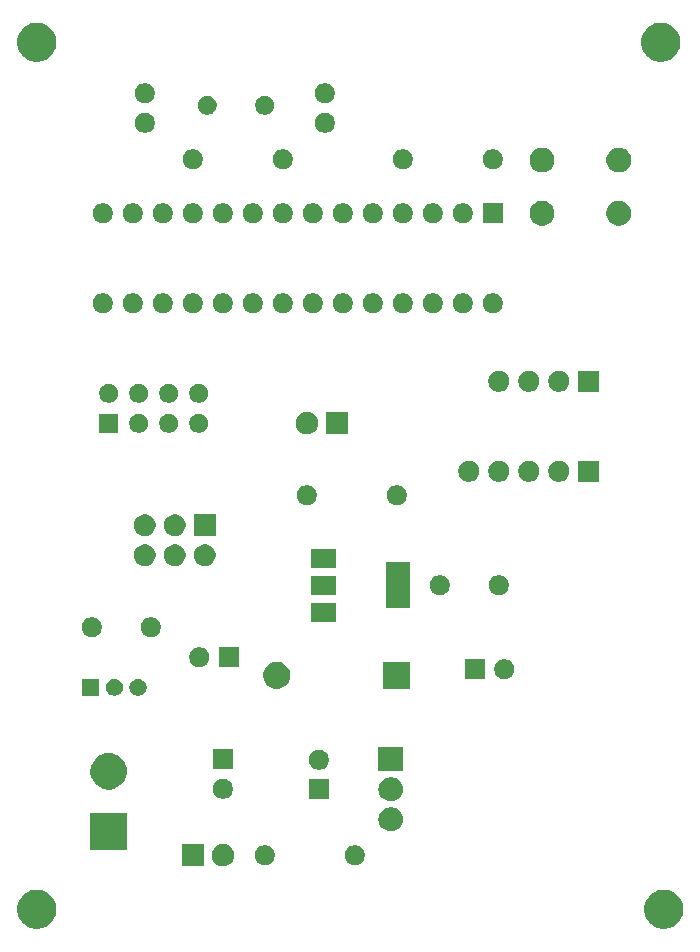
<source format=gbr>
G04 #@! TF.GenerationSoftware,KiCad,Pcbnew,(5.1.5)-3*
G04 #@! TF.CreationDate,2020-04-07T22:10:48+03:00*
G04 #@! TF.ProjectId,Nrf24 Based Car Controller,4e726632-3420-4426-9173-656420436172,v.1.0*
G04 #@! TF.SameCoordinates,Original*
G04 #@! TF.FileFunction,Soldermask,Bot*
G04 #@! TF.FilePolarity,Negative*
%FSLAX46Y46*%
G04 Gerber Fmt 4.6, Leading zero omitted, Abs format (unit mm)*
G04 Created by KiCad (PCBNEW (5.1.5)-3) date 2020-04-07 22:10:48*
%MOMM*%
%LPD*%
G04 APERTURE LIST*
%ADD10C,0.100000*%
G04 APERTURE END LIST*
D10*
G36*
X158617256Y-92879298D02*
G01*
X158723579Y-92900447D01*
X159024042Y-93024903D01*
X159294451Y-93205585D01*
X159524415Y-93435549D01*
X159705097Y-93705958D01*
X159829553Y-94006421D01*
X159893000Y-94325391D01*
X159893000Y-94650609D01*
X159829553Y-94969579D01*
X159705097Y-95270042D01*
X159524415Y-95540451D01*
X159294451Y-95770415D01*
X159024042Y-95951097D01*
X158723579Y-96075553D01*
X158617256Y-96096702D01*
X158404611Y-96139000D01*
X158079389Y-96139000D01*
X157866744Y-96096702D01*
X157760421Y-96075553D01*
X157459958Y-95951097D01*
X157189549Y-95770415D01*
X156959585Y-95540451D01*
X156778903Y-95270042D01*
X156654447Y-94969579D01*
X156591000Y-94650609D01*
X156591000Y-94325391D01*
X156654447Y-94006421D01*
X156778903Y-93705958D01*
X156959585Y-93435549D01*
X157189549Y-93205585D01*
X157459958Y-93024903D01*
X157760421Y-92900447D01*
X157866744Y-92879298D01*
X158079389Y-92837000D01*
X158404611Y-92837000D01*
X158617256Y-92879298D01*
G37*
G36*
X105531256Y-92879298D02*
G01*
X105637579Y-92900447D01*
X105938042Y-93024903D01*
X106208451Y-93205585D01*
X106438415Y-93435549D01*
X106619097Y-93705958D01*
X106743553Y-94006421D01*
X106807000Y-94325391D01*
X106807000Y-94650609D01*
X106743553Y-94969579D01*
X106619097Y-95270042D01*
X106438415Y-95540451D01*
X106208451Y-95770415D01*
X105938042Y-95951097D01*
X105637579Y-96075553D01*
X105531256Y-96096702D01*
X105318611Y-96139000D01*
X104993389Y-96139000D01*
X104780744Y-96096702D01*
X104674421Y-96075553D01*
X104373958Y-95951097D01*
X104103549Y-95770415D01*
X103873585Y-95540451D01*
X103692903Y-95270042D01*
X103568447Y-94969579D01*
X103505000Y-94650609D01*
X103505000Y-94325391D01*
X103568447Y-94006421D01*
X103692903Y-93705958D01*
X103873585Y-93435549D01*
X104103549Y-93205585D01*
X104373958Y-93024903D01*
X104674421Y-92900447D01*
X104780744Y-92879298D01*
X104993389Y-92837000D01*
X105318611Y-92837000D01*
X105531256Y-92879298D01*
G37*
G36*
X121181395Y-89001546D02*
G01*
X121354466Y-89073234D01*
X121354467Y-89073235D01*
X121510227Y-89177310D01*
X121642690Y-89309773D01*
X121685284Y-89373520D01*
X121746766Y-89465534D01*
X121818454Y-89638605D01*
X121855000Y-89822333D01*
X121855000Y-90009667D01*
X121818454Y-90193395D01*
X121746766Y-90366466D01*
X121746765Y-90366467D01*
X121642690Y-90522227D01*
X121510227Y-90654690D01*
X121487092Y-90670148D01*
X121354466Y-90758766D01*
X121181395Y-90830454D01*
X120997667Y-90867000D01*
X120810333Y-90867000D01*
X120626605Y-90830454D01*
X120453534Y-90758766D01*
X120320908Y-90670148D01*
X120297773Y-90654690D01*
X120165310Y-90522227D01*
X120061235Y-90366467D01*
X120061234Y-90366466D01*
X119989546Y-90193395D01*
X119953000Y-90009667D01*
X119953000Y-89822333D01*
X119989546Y-89638605D01*
X120061234Y-89465534D01*
X120122716Y-89373520D01*
X120165310Y-89309773D01*
X120297773Y-89177310D01*
X120453533Y-89073235D01*
X120453534Y-89073234D01*
X120626605Y-89001546D01*
X120810333Y-88965000D01*
X120997667Y-88965000D01*
X121181395Y-89001546D01*
G37*
G36*
X119315000Y-90867000D02*
G01*
X117413000Y-90867000D01*
X117413000Y-88965000D01*
X119315000Y-88965000D01*
X119315000Y-90867000D01*
G37*
G36*
X132328228Y-89097703D02*
G01*
X132483100Y-89161853D01*
X132622481Y-89254985D01*
X132741015Y-89373519D01*
X132834147Y-89512900D01*
X132898297Y-89667772D01*
X132931000Y-89832184D01*
X132931000Y-89999816D01*
X132898297Y-90164228D01*
X132834147Y-90319100D01*
X132741015Y-90458481D01*
X132622481Y-90577015D01*
X132483100Y-90670147D01*
X132328228Y-90734297D01*
X132163816Y-90767000D01*
X131996184Y-90767000D01*
X131831772Y-90734297D01*
X131676900Y-90670147D01*
X131537519Y-90577015D01*
X131418985Y-90458481D01*
X131325853Y-90319100D01*
X131261703Y-90164228D01*
X131229000Y-89999816D01*
X131229000Y-89832184D01*
X131261703Y-89667772D01*
X131325853Y-89512900D01*
X131418985Y-89373519D01*
X131537519Y-89254985D01*
X131676900Y-89161853D01*
X131831772Y-89097703D01*
X131996184Y-89065000D01*
X132163816Y-89065000D01*
X132328228Y-89097703D01*
G37*
G36*
X124708228Y-89097703D02*
G01*
X124863100Y-89161853D01*
X125002481Y-89254985D01*
X125121015Y-89373519D01*
X125214147Y-89512900D01*
X125278297Y-89667772D01*
X125311000Y-89832184D01*
X125311000Y-89999816D01*
X125278297Y-90164228D01*
X125214147Y-90319100D01*
X125121015Y-90458481D01*
X125002481Y-90577015D01*
X124863100Y-90670147D01*
X124708228Y-90734297D01*
X124543816Y-90767000D01*
X124376184Y-90767000D01*
X124211772Y-90734297D01*
X124056900Y-90670147D01*
X123917519Y-90577015D01*
X123798985Y-90458481D01*
X123705853Y-90319100D01*
X123641703Y-90164228D01*
X123609000Y-89999816D01*
X123609000Y-89832184D01*
X123641703Y-89667772D01*
X123705853Y-89512900D01*
X123798985Y-89373519D01*
X123917519Y-89254985D01*
X124056900Y-89161853D01*
X124211772Y-89097703D01*
X124376184Y-89065000D01*
X124543816Y-89065000D01*
X124708228Y-89097703D01*
G37*
G36*
X112803000Y-89435000D02*
G01*
X109701000Y-89435000D01*
X109701000Y-86333000D01*
X112803000Y-86333000D01*
X112803000Y-89435000D01*
G37*
G36*
X135273936Y-85869340D02*
G01*
X135372220Y-85879020D01*
X135561381Y-85936401D01*
X135735712Y-86029583D01*
X135888515Y-86154985D01*
X136013917Y-86307788D01*
X136107099Y-86482119D01*
X136164480Y-86671280D01*
X136183855Y-86868000D01*
X136164480Y-87064720D01*
X136107099Y-87253881D01*
X136013917Y-87428212D01*
X135888515Y-87581015D01*
X135735712Y-87706417D01*
X135561381Y-87799599D01*
X135372220Y-87856980D01*
X135273936Y-87866660D01*
X135224795Y-87871500D01*
X135031205Y-87871500D01*
X134982064Y-87866660D01*
X134883780Y-87856980D01*
X134694619Y-87799599D01*
X134520288Y-87706417D01*
X134367485Y-87581015D01*
X134242083Y-87428212D01*
X134148901Y-87253881D01*
X134091520Y-87064720D01*
X134072145Y-86868000D01*
X134091520Y-86671280D01*
X134148901Y-86482119D01*
X134242083Y-86307788D01*
X134367485Y-86154985D01*
X134520288Y-86029583D01*
X134694619Y-85936401D01*
X134883780Y-85879020D01*
X134982064Y-85869340D01*
X135031205Y-85864500D01*
X135224795Y-85864500D01*
X135273936Y-85869340D01*
G37*
G36*
X135273936Y-83329340D02*
G01*
X135372220Y-83339020D01*
X135561381Y-83396401D01*
X135735712Y-83489583D01*
X135888515Y-83614985D01*
X136013917Y-83767788D01*
X136107099Y-83942119D01*
X136164480Y-84131280D01*
X136183855Y-84328000D01*
X136164480Y-84524720D01*
X136107099Y-84713881D01*
X136013917Y-84888212D01*
X135888515Y-85041015D01*
X135735712Y-85166417D01*
X135561381Y-85259599D01*
X135372220Y-85316980D01*
X135273936Y-85326660D01*
X135224795Y-85331500D01*
X135031205Y-85331500D01*
X134982064Y-85326660D01*
X134883780Y-85316980D01*
X134694619Y-85259599D01*
X134520288Y-85166417D01*
X134367485Y-85041015D01*
X134242083Y-84888212D01*
X134148901Y-84713881D01*
X134091520Y-84524720D01*
X134072145Y-84328000D01*
X134091520Y-84131280D01*
X134148901Y-83942119D01*
X134242083Y-83767788D01*
X134367485Y-83614985D01*
X134520288Y-83489583D01*
X134694619Y-83396401D01*
X134883780Y-83339020D01*
X134982064Y-83329340D01*
X135031205Y-83324500D01*
X135224795Y-83324500D01*
X135273936Y-83329340D01*
G37*
G36*
X129883000Y-85179000D02*
G01*
X128181000Y-85179000D01*
X128181000Y-83477000D01*
X129883000Y-83477000D01*
X129883000Y-85179000D01*
G37*
G36*
X121152228Y-83469703D02*
G01*
X121307100Y-83533853D01*
X121446481Y-83626985D01*
X121565015Y-83745519D01*
X121658147Y-83884900D01*
X121722297Y-84039772D01*
X121755000Y-84204184D01*
X121755000Y-84371816D01*
X121722297Y-84536228D01*
X121658147Y-84691100D01*
X121565015Y-84830481D01*
X121446481Y-84949015D01*
X121307100Y-85042147D01*
X121152228Y-85106297D01*
X120987816Y-85139000D01*
X120820184Y-85139000D01*
X120655772Y-85106297D01*
X120500900Y-85042147D01*
X120361519Y-84949015D01*
X120242985Y-84830481D01*
X120149853Y-84691100D01*
X120085703Y-84536228D01*
X120053000Y-84371816D01*
X120053000Y-84204184D01*
X120085703Y-84039772D01*
X120149853Y-83884900D01*
X120242985Y-83745519D01*
X120361519Y-83626985D01*
X120500900Y-83533853D01*
X120655772Y-83469703D01*
X120820184Y-83437000D01*
X120987816Y-83437000D01*
X121152228Y-83469703D01*
G37*
G36*
X111554585Y-81282802D02*
G01*
X111704410Y-81312604D01*
X111986674Y-81429521D01*
X112240705Y-81599259D01*
X112456741Y-81815295D01*
X112626479Y-82069326D01*
X112743396Y-82351590D01*
X112770731Y-82489015D01*
X112802017Y-82646295D01*
X112803000Y-82651240D01*
X112803000Y-82956760D01*
X112743396Y-83256410D01*
X112626479Y-83538674D01*
X112456741Y-83792705D01*
X112240705Y-84008741D01*
X111986674Y-84178479D01*
X111704410Y-84295396D01*
X111554585Y-84325198D01*
X111404761Y-84355000D01*
X111099239Y-84355000D01*
X110949415Y-84325198D01*
X110799590Y-84295396D01*
X110517326Y-84178479D01*
X110263295Y-84008741D01*
X110047259Y-83792705D01*
X109877521Y-83538674D01*
X109760604Y-83256410D01*
X109701000Y-82956760D01*
X109701000Y-82651240D01*
X109701984Y-82646295D01*
X109733269Y-82489015D01*
X109760604Y-82351590D01*
X109877521Y-82069326D01*
X110047259Y-81815295D01*
X110263295Y-81599259D01*
X110517326Y-81429521D01*
X110799590Y-81312604D01*
X110949415Y-81282802D01*
X111099239Y-81253000D01*
X111404761Y-81253000D01*
X111554585Y-81282802D01*
G37*
G36*
X136179000Y-82791500D02*
G01*
X134077000Y-82791500D01*
X134077000Y-80784500D01*
X136179000Y-80784500D01*
X136179000Y-82791500D01*
G37*
G36*
X129280228Y-81009703D02*
G01*
X129435100Y-81073853D01*
X129574481Y-81166985D01*
X129693015Y-81285519D01*
X129786147Y-81424900D01*
X129850297Y-81579772D01*
X129883000Y-81744184D01*
X129883000Y-81911816D01*
X129850297Y-82076228D01*
X129786147Y-82231100D01*
X129693015Y-82370481D01*
X129574481Y-82489015D01*
X129435100Y-82582147D01*
X129280228Y-82646297D01*
X129115816Y-82679000D01*
X128948184Y-82679000D01*
X128783772Y-82646297D01*
X128628900Y-82582147D01*
X128489519Y-82489015D01*
X128370985Y-82370481D01*
X128277853Y-82231100D01*
X128213703Y-82076228D01*
X128181000Y-81911816D01*
X128181000Y-81744184D01*
X128213703Y-81579772D01*
X128277853Y-81424900D01*
X128370985Y-81285519D01*
X128489519Y-81166985D01*
X128628900Y-81073853D01*
X128783772Y-81009703D01*
X128948184Y-80977000D01*
X129115816Y-80977000D01*
X129280228Y-81009703D01*
G37*
G36*
X121755000Y-82639000D02*
G01*
X120053000Y-82639000D01*
X120053000Y-80937000D01*
X121755000Y-80937000D01*
X121755000Y-82639000D01*
G37*
G36*
X113939766Y-74993899D02*
G01*
X114071888Y-75048626D01*
X114071890Y-75048627D01*
X114190798Y-75128079D01*
X114291921Y-75229202D01*
X114291922Y-75229204D01*
X114371374Y-75348112D01*
X114426101Y-75480234D01*
X114454000Y-75620494D01*
X114454000Y-75763506D01*
X114426101Y-75903766D01*
X114371374Y-76035888D01*
X114371373Y-76035890D01*
X114291921Y-76154798D01*
X114190798Y-76255921D01*
X114071890Y-76335373D01*
X114071889Y-76335374D01*
X114071888Y-76335374D01*
X113939766Y-76390101D01*
X113799506Y-76418000D01*
X113656494Y-76418000D01*
X113516234Y-76390101D01*
X113384112Y-76335374D01*
X113384111Y-76335374D01*
X113384110Y-76335373D01*
X113265202Y-76255921D01*
X113164079Y-76154798D01*
X113084627Y-76035890D01*
X113084626Y-76035888D01*
X113029899Y-75903766D01*
X113002000Y-75763506D01*
X113002000Y-75620494D01*
X113029899Y-75480234D01*
X113084626Y-75348112D01*
X113164078Y-75229204D01*
X113164079Y-75229202D01*
X113265202Y-75128079D01*
X113384110Y-75048627D01*
X113384112Y-75048626D01*
X113516234Y-74993899D01*
X113656494Y-74966000D01*
X113799506Y-74966000D01*
X113939766Y-74993899D01*
G37*
G36*
X111939766Y-74993899D02*
G01*
X112071888Y-75048626D01*
X112071890Y-75048627D01*
X112190798Y-75128079D01*
X112291921Y-75229202D01*
X112291922Y-75229204D01*
X112371374Y-75348112D01*
X112426101Y-75480234D01*
X112454000Y-75620494D01*
X112454000Y-75763506D01*
X112426101Y-75903766D01*
X112371374Y-76035888D01*
X112371373Y-76035890D01*
X112291921Y-76154798D01*
X112190798Y-76255921D01*
X112071890Y-76335373D01*
X112071889Y-76335374D01*
X112071888Y-76335374D01*
X111939766Y-76390101D01*
X111799506Y-76418000D01*
X111656494Y-76418000D01*
X111516234Y-76390101D01*
X111384112Y-76335374D01*
X111384111Y-76335374D01*
X111384110Y-76335373D01*
X111265202Y-76255921D01*
X111164079Y-76154798D01*
X111084627Y-76035890D01*
X111084626Y-76035888D01*
X111029899Y-75903766D01*
X111002000Y-75763506D01*
X111002000Y-75620494D01*
X111029899Y-75480234D01*
X111084626Y-75348112D01*
X111164078Y-75229204D01*
X111164079Y-75229202D01*
X111265202Y-75128079D01*
X111384110Y-75048627D01*
X111384112Y-75048626D01*
X111516234Y-74993899D01*
X111656494Y-74966000D01*
X111799506Y-74966000D01*
X111939766Y-74993899D01*
G37*
G36*
X110454000Y-76418000D02*
G01*
X109002000Y-76418000D01*
X109002000Y-74966000D01*
X110454000Y-74966000D01*
X110454000Y-76418000D01*
G37*
G36*
X125700549Y-73547116D02*
G01*
X125811734Y-73569232D01*
X126021203Y-73655997D01*
X126209720Y-73781960D01*
X126370040Y-73942280D01*
X126496003Y-74130797D01*
X126582768Y-74340266D01*
X126627000Y-74562636D01*
X126627000Y-74789364D01*
X126582768Y-75011734D01*
X126496003Y-75221203D01*
X126370040Y-75409720D01*
X126209720Y-75570040D01*
X126021203Y-75696003D01*
X125811734Y-75782768D01*
X125700549Y-75804884D01*
X125589365Y-75827000D01*
X125362635Y-75827000D01*
X125251451Y-75804884D01*
X125140266Y-75782768D01*
X124930797Y-75696003D01*
X124742280Y-75570040D01*
X124581960Y-75409720D01*
X124455997Y-75221203D01*
X124369232Y-75011734D01*
X124325000Y-74789364D01*
X124325000Y-74562636D01*
X124369232Y-74340266D01*
X124455997Y-74130797D01*
X124581960Y-73942280D01*
X124742280Y-73781960D01*
X124930797Y-73655997D01*
X125140266Y-73569232D01*
X125251451Y-73547116D01*
X125362635Y-73525000D01*
X125589365Y-73525000D01*
X125700549Y-73547116D01*
G37*
G36*
X136787000Y-75827000D02*
G01*
X134485000Y-75827000D01*
X134485000Y-73525000D01*
X136787000Y-73525000D01*
X136787000Y-75827000D01*
G37*
G36*
X143091000Y-75019000D02*
G01*
X141389000Y-75019000D01*
X141389000Y-73317000D01*
X143091000Y-73317000D01*
X143091000Y-75019000D01*
G37*
G36*
X144988228Y-73349703D02*
G01*
X145143100Y-73413853D01*
X145282481Y-73506985D01*
X145401015Y-73625519D01*
X145494147Y-73764900D01*
X145558297Y-73919772D01*
X145591000Y-74084184D01*
X145591000Y-74251816D01*
X145558297Y-74416228D01*
X145494147Y-74571100D01*
X145401015Y-74710481D01*
X145282481Y-74829015D01*
X145143100Y-74922147D01*
X144988228Y-74986297D01*
X144823816Y-75019000D01*
X144656184Y-75019000D01*
X144491772Y-74986297D01*
X144336900Y-74922147D01*
X144197519Y-74829015D01*
X144078985Y-74710481D01*
X143985853Y-74571100D01*
X143921703Y-74416228D01*
X143889000Y-74251816D01*
X143889000Y-74084184D01*
X143921703Y-73919772D01*
X143985853Y-73764900D01*
X144078985Y-73625519D01*
X144197519Y-73506985D01*
X144336900Y-73413853D01*
X144491772Y-73349703D01*
X144656184Y-73317000D01*
X144823816Y-73317000D01*
X144988228Y-73349703D01*
G37*
G36*
X122263000Y-74003000D02*
G01*
X120561000Y-74003000D01*
X120561000Y-72301000D01*
X122263000Y-72301000D01*
X122263000Y-74003000D01*
G37*
G36*
X119160228Y-72333703D02*
G01*
X119315100Y-72397853D01*
X119454481Y-72490985D01*
X119573015Y-72609519D01*
X119666147Y-72748900D01*
X119730297Y-72903772D01*
X119763000Y-73068184D01*
X119763000Y-73235816D01*
X119730297Y-73400228D01*
X119666147Y-73555100D01*
X119573015Y-73694481D01*
X119454481Y-73813015D01*
X119315100Y-73906147D01*
X119160228Y-73970297D01*
X118995816Y-74003000D01*
X118828184Y-74003000D01*
X118663772Y-73970297D01*
X118508900Y-73906147D01*
X118369519Y-73813015D01*
X118250985Y-73694481D01*
X118157853Y-73555100D01*
X118093703Y-73400228D01*
X118061000Y-73235816D01*
X118061000Y-73068184D01*
X118093703Y-72903772D01*
X118157853Y-72748900D01*
X118250985Y-72609519D01*
X118369519Y-72490985D01*
X118508900Y-72397853D01*
X118663772Y-72333703D01*
X118828184Y-72301000D01*
X118995816Y-72301000D01*
X119160228Y-72333703D01*
G37*
G36*
X115056228Y-69793703D02*
G01*
X115211100Y-69857853D01*
X115350481Y-69950985D01*
X115469015Y-70069519D01*
X115562147Y-70208900D01*
X115626297Y-70363772D01*
X115659000Y-70528184D01*
X115659000Y-70695816D01*
X115626297Y-70860228D01*
X115562147Y-71015100D01*
X115469015Y-71154481D01*
X115350481Y-71273015D01*
X115211100Y-71366147D01*
X115056228Y-71430297D01*
X114891816Y-71463000D01*
X114724184Y-71463000D01*
X114559772Y-71430297D01*
X114404900Y-71366147D01*
X114265519Y-71273015D01*
X114146985Y-71154481D01*
X114053853Y-71015100D01*
X113989703Y-70860228D01*
X113957000Y-70695816D01*
X113957000Y-70528184D01*
X113989703Y-70363772D01*
X114053853Y-70208900D01*
X114146985Y-70069519D01*
X114265519Y-69950985D01*
X114404900Y-69857853D01*
X114559772Y-69793703D01*
X114724184Y-69761000D01*
X114891816Y-69761000D01*
X115056228Y-69793703D01*
G37*
G36*
X110056228Y-69793703D02*
G01*
X110211100Y-69857853D01*
X110350481Y-69950985D01*
X110469015Y-70069519D01*
X110562147Y-70208900D01*
X110626297Y-70363772D01*
X110659000Y-70528184D01*
X110659000Y-70695816D01*
X110626297Y-70860228D01*
X110562147Y-71015100D01*
X110469015Y-71154481D01*
X110350481Y-71273015D01*
X110211100Y-71366147D01*
X110056228Y-71430297D01*
X109891816Y-71463000D01*
X109724184Y-71463000D01*
X109559772Y-71430297D01*
X109404900Y-71366147D01*
X109265519Y-71273015D01*
X109146985Y-71154481D01*
X109053853Y-71015100D01*
X108989703Y-70860228D01*
X108957000Y-70695816D01*
X108957000Y-70528184D01*
X108989703Y-70363772D01*
X109053853Y-70208900D01*
X109146985Y-70069519D01*
X109265519Y-69950985D01*
X109404900Y-69857853D01*
X109559772Y-69793703D01*
X109724184Y-69761000D01*
X109891816Y-69761000D01*
X110056228Y-69793703D01*
G37*
G36*
X130489000Y-70157000D02*
G01*
X128387000Y-70157000D01*
X128387000Y-68555000D01*
X130489000Y-68555000D01*
X130489000Y-70157000D01*
G37*
G36*
X136789000Y-69007000D02*
G01*
X134687000Y-69007000D01*
X134687000Y-65105000D01*
X136789000Y-65105000D01*
X136789000Y-69007000D01*
G37*
G36*
X144520228Y-66237703D02*
G01*
X144675100Y-66301853D01*
X144814481Y-66394985D01*
X144933015Y-66513519D01*
X145026147Y-66652900D01*
X145090297Y-66807772D01*
X145123000Y-66972184D01*
X145123000Y-67139816D01*
X145090297Y-67304228D01*
X145026147Y-67459100D01*
X144933015Y-67598481D01*
X144814481Y-67717015D01*
X144675100Y-67810147D01*
X144520228Y-67874297D01*
X144355816Y-67907000D01*
X144188184Y-67907000D01*
X144023772Y-67874297D01*
X143868900Y-67810147D01*
X143729519Y-67717015D01*
X143610985Y-67598481D01*
X143517853Y-67459100D01*
X143453703Y-67304228D01*
X143421000Y-67139816D01*
X143421000Y-66972184D01*
X143453703Y-66807772D01*
X143517853Y-66652900D01*
X143610985Y-66513519D01*
X143729519Y-66394985D01*
X143868900Y-66301853D01*
X144023772Y-66237703D01*
X144188184Y-66205000D01*
X144355816Y-66205000D01*
X144520228Y-66237703D01*
G37*
G36*
X139520228Y-66237703D02*
G01*
X139675100Y-66301853D01*
X139814481Y-66394985D01*
X139933015Y-66513519D01*
X140026147Y-66652900D01*
X140090297Y-66807772D01*
X140123000Y-66972184D01*
X140123000Y-67139816D01*
X140090297Y-67304228D01*
X140026147Y-67459100D01*
X139933015Y-67598481D01*
X139814481Y-67717015D01*
X139675100Y-67810147D01*
X139520228Y-67874297D01*
X139355816Y-67907000D01*
X139188184Y-67907000D01*
X139023772Y-67874297D01*
X138868900Y-67810147D01*
X138729519Y-67717015D01*
X138610985Y-67598481D01*
X138517853Y-67459100D01*
X138453703Y-67304228D01*
X138421000Y-67139816D01*
X138421000Y-66972184D01*
X138453703Y-66807772D01*
X138517853Y-66652900D01*
X138610985Y-66513519D01*
X138729519Y-66394985D01*
X138868900Y-66301853D01*
X139023772Y-66237703D01*
X139188184Y-66205000D01*
X139355816Y-66205000D01*
X139520228Y-66237703D01*
G37*
G36*
X130489000Y-67857000D02*
G01*
X128387000Y-67857000D01*
X128387000Y-66255000D01*
X130489000Y-66255000D01*
X130489000Y-67857000D01*
G37*
G36*
X130489000Y-65557000D02*
G01*
X128387000Y-65557000D01*
X128387000Y-63955000D01*
X130489000Y-63955000D01*
X130489000Y-65557000D01*
G37*
G36*
X117106778Y-63636547D02*
G01*
X117273224Y-63705491D01*
X117423022Y-63805583D01*
X117550417Y-63932978D01*
X117650509Y-64082776D01*
X117719453Y-64249222D01*
X117754600Y-64425918D01*
X117754600Y-64606082D01*
X117719453Y-64782778D01*
X117650509Y-64949224D01*
X117550417Y-65099022D01*
X117423022Y-65226417D01*
X117273224Y-65326509D01*
X117106778Y-65395453D01*
X116930082Y-65430600D01*
X116749918Y-65430600D01*
X116573222Y-65395453D01*
X116406776Y-65326509D01*
X116256978Y-65226417D01*
X116129583Y-65099022D01*
X116029491Y-64949224D01*
X115960547Y-64782778D01*
X115925400Y-64606082D01*
X115925400Y-64425918D01*
X115960547Y-64249222D01*
X116029491Y-64082776D01*
X116129583Y-63932978D01*
X116256978Y-63805583D01*
X116406776Y-63705491D01*
X116573222Y-63636547D01*
X116749918Y-63601400D01*
X116930082Y-63601400D01*
X117106778Y-63636547D01*
G37*
G36*
X114566778Y-63636547D02*
G01*
X114733224Y-63705491D01*
X114883022Y-63805583D01*
X115010417Y-63932978D01*
X115110509Y-64082776D01*
X115179453Y-64249222D01*
X115214600Y-64425918D01*
X115214600Y-64606082D01*
X115179453Y-64782778D01*
X115110509Y-64949224D01*
X115010417Y-65099022D01*
X114883022Y-65226417D01*
X114733224Y-65326509D01*
X114566778Y-65395453D01*
X114390082Y-65430600D01*
X114209918Y-65430600D01*
X114033222Y-65395453D01*
X113866776Y-65326509D01*
X113716978Y-65226417D01*
X113589583Y-65099022D01*
X113489491Y-64949224D01*
X113420547Y-64782778D01*
X113385400Y-64606082D01*
X113385400Y-64425918D01*
X113420547Y-64249222D01*
X113489491Y-64082776D01*
X113589583Y-63932978D01*
X113716978Y-63805583D01*
X113866776Y-63705491D01*
X114033222Y-63636547D01*
X114209918Y-63601400D01*
X114390082Y-63601400D01*
X114566778Y-63636547D01*
G37*
G36*
X119646778Y-63636547D02*
G01*
X119813224Y-63705491D01*
X119963022Y-63805583D01*
X120090417Y-63932978D01*
X120190509Y-64082776D01*
X120259453Y-64249222D01*
X120294600Y-64425918D01*
X120294600Y-64606082D01*
X120259453Y-64782778D01*
X120190509Y-64949224D01*
X120090417Y-65099022D01*
X119963022Y-65226417D01*
X119813224Y-65326509D01*
X119646778Y-65395453D01*
X119470082Y-65430600D01*
X119289918Y-65430600D01*
X119113222Y-65395453D01*
X118946776Y-65326509D01*
X118796978Y-65226417D01*
X118669583Y-65099022D01*
X118569491Y-64949224D01*
X118500547Y-64782778D01*
X118465400Y-64606082D01*
X118465400Y-64425918D01*
X118500547Y-64249222D01*
X118569491Y-64082776D01*
X118669583Y-63932978D01*
X118796978Y-63805583D01*
X118946776Y-63705491D01*
X119113222Y-63636547D01*
X119289918Y-63601400D01*
X119470082Y-63601400D01*
X119646778Y-63636547D01*
G37*
G36*
X120294600Y-62890600D02*
G01*
X118465400Y-62890600D01*
X118465400Y-61061400D01*
X120294600Y-61061400D01*
X120294600Y-62890600D01*
G37*
G36*
X117106778Y-61096547D02*
G01*
X117273224Y-61165491D01*
X117423022Y-61265583D01*
X117550417Y-61392978D01*
X117650509Y-61542776D01*
X117719453Y-61709222D01*
X117754600Y-61885918D01*
X117754600Y-62066082D01*
X117719453Y-62242778D01*
X117650509Y-62409224D01*
X117550417Y-62559022D01*
X117423022Y-62686417D01*
X117273224Y-62786509D01*
X117106778Y-62855453D01*
X116930082Y-62890600D01*
X116749918Y-62890600D01*
X116573222Y-62855453D01*
X116406776Y-62786509D01*
X116256978Y-62686417D01*
X116129583Y-62559022D01*
X116029491Y-62409224D01*
X115960547Y-62242778D01*
X115925400Y-62066082D01*
X115925400Y-61885918D01*
X115960547Y-61709222D01*
X116029491Y-61542776D01*
X116129583Y-61392978D01*
X116256978Y-61265583D01*
X116406776Y-61165491D01*
X116573222Y-61096547D01*
X116749918Y-61061400D01*
X116930082Y-61061400D01*
X117106778Y-61096547D01*
G37*
G36*
X114566778Y-61096547D02*
G01*
X114733224Y-61165491D01*
X114883022Y-61265583D01*
X115010417Y-61392978D01*
X115110509Y-61542776D01*
X115179453Y-61709222D01*
X115214600Y-61885918D01*
X115214600Y-62066082D01*
X115179453Y-62242778D01*
X115110509Y-62409224D01*
X115010417Y-62559022D01*
X114883022Y-62686417D01*
X114733224Y-62786509D01*
X114566778Y-62855453D01*
X114390082Y-62890600D01*
X114209918Y-62890600D01*
X114033222Y-62855453D01*
X113866776Y-62786509D01*
X113716978Y-62686417D01*
X113589583Y-62559022D01*
X113489491Y-62409224D01*
X113420547Y-62242778D01*
X113385400Y-62066082D01*
X113385400Y-61885918D01*
X113420547Y-61709222D01*
X113489491Y-61542776D01*
X113589583Y-61392978D01*
X113716978Y-61265583D01*
X113866776Y-61165491D01*
X114033222Y-61096547D01*
X114209918Y-61061400D01*
X114390082Y-61061400D01*
X114566778Y-61096547D01*
G37*
G36*
X128264228Y-58617703D02*
G01*
X128419100Y-58681853D01*
X128558481Y-58774985D01*
X128677015Y-58893519D01*
X128770147Y-59032900D01*
X128834297Y-59187772D01*
X128867000Y-59352184D01*
X128867000Y-59519816D01*
X128834297Y-59684228D01*
X128770147Y-59839100D01*
X128677015Y-59978481D01*
X128558481Y-60097015D01*
X128419100Y-60190147D01*
X128264228Y-60254297D01*
X128099816Y-60287000D01*
X127932184Y-60287000D01*
X127767772Y-60254297D01*
X127612900Y-60190147D01*
X127473519Y-60097015D01*
X127354985Y-59978481D01*
X127261853Y-59839100D01*
X127197703Y-59684228D01*
X127165000Y-59519816D01*
X127165000Y-59352184D01*
X127197703Y-59187772D01*
X127261853Y-59032900D01*
X127354985Y-58893519D01*
X127473519Y-58774985D01*
X127612900Y-58681853D01*
X127767772Y-58617703D01*
X127932184Y-58585000D01*
X128099816Y-58585000D01*
X128264228Y-58617703D01*
G37*
G36*
X135884228Y-58617703D02*
G01*
X136039100Y-58681853D01*
X136178481Y-58774985D01*
X136297015Y-58893519D01*
X136390147Y-59032900D01*
X136454297Y-59187772D01*
X136487000Y-59352184D01*
X136487000Y-59519816D01*
X136454297Y-59684228D01*
X136390147Y-59839100D01*
X136297015Y-59978481D01*
X136178481Y-60097015D01*
X136039100Y-60190147D01*
X135884228Y-60254297D01*
X135719816Y-60287000D01*
X135552184Y-60287000D01*
X135387772Y-60254297D01*
X135232900Y-60190147D01*
X135093519Y-60097015D01*
X134974985Y-59978481D01*
X134881853Y-59839100D01*
X134817703Y-59684228D01*
X134785000Y-59519816D01*
X134785000Y-59352184D01*
X134817703Y-59187772D01*
X134881853Y-59032900D01*
X134974985Y-58893519D01*
X135093519Y-58774985D01*
X135232900Y-58681853D01*
X135387772Y-58617703D01*
X135552184Y-58585000D01*
X135719816Y-58585000D01*
X135884228Y-58617703D01*
G37*
G36*
X152793000Y-58305000D02*
G01*
X150991000Y-58305000D01*
X150991000Y-56503000D01*
X152793000Y-56503000D01*
X152793000Y-58305000D01*
G37*
G36*
X149465512Y-56507927D02*
G01*
X149614812Y-56537624D01*
X149778784Y-56605544D01*
X149926354Y-56704147D01*
X150051853Y-56829646D01*
X150150456Y-56977216D01*
X150218376Y-57141188D01*
X150253000Y-57315259D01*
X150253000Y-57492741D01*
X150218376Y-57666812D01*
X150150456Y-57830784D01*
X150051853Y-57978354D01*
X149926354Y-58103853D01*
X149778784Y-58202456D01*
X149614812Y-58270376D01*
X149465512Y-58300073D01*
X149440742Y-58305000D01*
X149263258Y-58305000D01*
X149238488Y-58300073D01*
X149089188Y-58270376D01*
X148925216Y-58202456D01*
X148777646Y-58103853D01*
X148652147Y-57978354D01*
X148553544Y-57830784D01*
X148485624Y-57666812D01*
X148451000Y-57492741D01*
X148451000Y-57315259D01*
X148485624Y-57141188D01*
X148553544Y-56977216D01*
X148652147Y-56829646D01*
X148777646Y-56704147D01*
X148925216Y-56605544D01*
X149089188Y-56537624D01*
X149238488Y-56507927D01*
X149263258Y-56503000D01*
X149440742Y-56503000D01*
X149465512Y-56507927D01*
G37*
G36*
X146925512Y-56507927D02*
G01*
X147074812Y-56537624D01*
X147238784Y-56605544D01*
X147386354Y-56704147D01*
X147511853Y-56829646D01*
X147610456Y-56977216D01*
X147678376Y-57141188D01*
X147713000Y-57315259D01*
X147713000Y-57492741D01*
X147678376Y-57666812D01*
X147610456Y-57830784D01*
X147511853Y-57978354D01*
X147386354Y-58103853D01*
X147238784Y-58202456D01*
X147074812Y-58270376D01*
X146925512Y-58300073D01*
X146900742Y-58305000D01*
X146723258Y-58305000D01*
X146698488Y-58300073D01*
X146549188Y-58270376D01*
X146385216Y-58202456D01*
X146237646Y-58103853D01*
X146112147Y-57978354D01*
X146013544Y-57830784D01*
X145945624Y-57666812D01*
X145911000Y-57492741D01*
X145911000Y-57315259D01*
X145945624Y-57141188D01*
X146013544Y-56977216D01*
X146112147Y-56829646D01*
X146237646Y-56704147D01*
X146385216Y-56605544D01*
X146549188Y-56537624D01*
X146698488Y-56507927D01*
X146723258Y-56503000D01*
X146900742Y-56503000D01*
X146925512Y-56507927D01*
G37*
G36*
X144385512Y-56507927D02*
G01*
X144534812Y-56537624D01*
X144698784Y-56605544D01*
X144846354Y-56704147D01*
X144971853Y-56829646D01*
X145070456Y-56977216D01*
X145138376Y-57141188D01*
X145173000Y-57315259D01*
X145173000Y-57492741D01*
X145138376Y-57666812D01*
X145070456Y-57830784D01*
X144971853Y-57978354D01*
X144846354Y-58103853D01*
X144698784Y-58202456D01*
X144534812Y-58270376D01*
X144385512Y-58300073D01*
X144360742Y-58305000D01*
X144183258Y-58305000D01*
X144158488Y-58300073D01*
X144009188Y-58270376D01*
X143845216Y-58202456D01*
X143697646Y-58103853D01*
X143572147Y-57978354D01*
X143473544Y-57830784D01*
X143405624Y-57666812D01*
X143371000Y-57492741D01*
X143371000Y-57315259D01*
X143405624Y-57141188D01*
X143473544Y-56977216D01*
X143572147Y-56829646D01*
X143697646Y-56704147D01*
X143845216Y-56605544D01*
X144009188Y-56537624D01*
X144158488Y-56507927D01*
X144183258Y-56503000D01*
X144360742Y-56503000D01*
X144385512Y-56507927D01*
G37*
G36*
X141845512Y-56507927D02*
G01*
X141994812Y-56537624D01*
X142158784Y-56605544D01*
X142306354Y-56704147D01*
X142431853Y-56829646D01*
X142530456Y-56977216D01*
X142598376Y-57141188D01*
X142633000Y-57315259D01*
X142633000Y-57492741D01*
X142598376Y-57666812D01*
X142530456Y-57830784D01*
X142431853Y-57978354D01*
X142306354Y-58103853D01*
X142158784Y-58202456D01*
X141994812Y-58270376D01*
X141845512Y-58300073D01*
X141820742Y-58305000D01*
X141643258Y-58305000D01*
X141618488Y-58300073D01*
X141469188Y-58270376D01*
X141305216Y-58202456D01*
X141157646Y-58103853D01*
X141032147Y-57978354D01*
X140933544Y-57830784D01*
X140865624Y-57666812D01*
X140831000Y-57492741D01*
X140831000Y-57315259D01*
X140865624Y-57141188D01*
X140933544Y-56977216D01*
X141032147Y-56829646D01*
X141157646Y-56704147D01*
X141305216Y-56605544D01*
X141469188Y-56537624D01*
X141618488Y-56507927D01*
X141643258Y-56503000D01*
X141820742Y-56503000D01*
X141845512Y-56507927D01*
G37*
G36*
X128293395Y-52425546D02*
G01*
X128466466Y-52497234D01*
X128466467Y-52497235D01*
X128622227Y-52601310D01*
X128754690Y-52733773D01*
X128754691Y-52733775D01*
X128858766Y-52889534D01*
X128930454Y-53062605D01*
X128967000Y-53246333D01*
X128967000Y-53433667D01*
X128930454Y-53617395D01*
X128858766Y-53790466D01*
X128858765Y-53790467D01*
X128754690Y-53946227D01*
X128622227Y-54078690D01*
X128557772Y-54121757D01*
X128466466Y-54182766D01*
X128293395Y-54254454D01*
X128109667Y-54291000D01*
X127922333Y-54291000D01*
X127738605Y-54254454D01*
X127565534Y-54182766D01*
X127474228Y-54121757D01*
X127409773Y-54078690D01*
X127277310Y-53946227D01*
X127173235Y-53790467D01*
X127173234Y-53790466D01*
X127101546Y-53617395D01*
X127065000Y-53433667D01*
X127065000Y-53246333D01*
X127101546Y-53062605D01*
X127173234Y-52889534D01*
X127277309Y-52733775D01*
X127277310Y-52733773D01*
X127409773Y-52601310D01*
X127565533Y-52497235D01*
X127565534Y-52497234D01*
X127738605Y-52425546D01*
X127922333Y-52389000D01*
X128109667Y-52389000D01*
X128293395Y-52425546D01*
G37*
G36*
X131507000Y-54291000D02*
G01*
X129605000Y-54291000D01*
X129605000Y-52389000D01*
X131507000Y-52389000D01*
X131507000Y-54291000D01*
G37*
G36*
X112065000Y-54153000D02*
G01*
X110439000Y-54153000D01*
X110439000Y-52527000D01*
X112065000Y-52527000D01*
X112065000Y-54153000D01*
G37*
G36*
X119109142Y-52558242D02*
G01*
X119257101Y-52619529D01*
X119390255Y-52708499D01*
X119503501Y-52821745D01*
X119592471Y-52954899D01*
X119653758Y-53102858D01*
X119685000Y-53259925D01*
X119685000Y-53420075D01*
X119653758Y-53577142D01*
X119592471Y-53725101D01*
X119503501Y-53858255D01*
X119390255Y-53971501D01*
X119257101Y-54060471D01*
X119109142Y-54121758D01*
X118952075Y-54153000D01*
X118791925Y-54153000D01*
X118634858Y-54121758D01*
X118486899Y-54060471D01*
X118353745Y-53971501D01*
X118240499Y-53858255D01*
X118151529Y-53725101D01*
X118090242Y-53577142D01*
X118059000Y-53420075D01*
X118059000Y-53259925D01*
X118090242Y-53102858D01*
X118151529Y-52954899D01*
X118240499Y-52821745D01*
X118353745Y-52708499D01*
X118486899Y-52619529D01*
X118634858Y-52558242D01*
X118791925Y-52527000D01*
X118952075Y-52527000D01*
X119109142Y-52558242D01*
G37*
G36*
X116569142Y-52558242D02*
G01*
X116717101Y-52619529D01*
X116850255Y-52708499D01*
X116963501Y-52821745D01*
X117052471Y-52954899D01*
X117113758Y-53102858D01*
X117145000Y-53259925D01*
X117145000Y-53420075D01*
X117113758Y-53577142D01*
X117052471Y-53725101D01*
X116963501Y-53858255D01*
X116850255Y-53971501D01*
X116717101Y-54060471D01*
X116569142Y-54121758D01*
X116412075Y-54153000D01*
X116251925Y-54153000D01*
X116094858Y-54121758D01*
X115946899Y-54060471D01*
X115813745Y-53971501D01*
X115700499Y-53858255D01*
X115611529Y-53725101D01*
X115550242Y-53577142D01*
X115519000Y-53420075D01*
X115519000Y-53259925D01*
X115550242Y-53102858D01*
X115611529Y-52954899D01*
X115700499Y-52821745D01*
X115813745Y-52708499D01*
X115946899Y-52619529D01*
X116094858Y-52558242D01*
X116251925Y-52527000D01*
X116412075Y-52527000D01*
X116569142Y-52558242D01*
G37*
G36*
X114029142Y-52558242D02*
G01*
X114177101Y-52619529D01*
X114310255Y-52708499D01*
X114423501Y-52821745D01*
X114512471Y-52954899D01*
X114573758Y-53102858D01*
X114605000Y-53259925D01*
X114605000Y-53420075D01*
X114573758Y-53577142D01*
X114512471Y-53725101D01*
X114423501Y-53858255D01*
X114310255Y-53971501D01*
X114177101Y-54060471D01*
X114029142Y-54121758D01*
X113872075Y-54153000D01*
X113711925Y-54153000D01*
X113554858Y-54121758D01*
X113406899Y-54060471D01*
X113273745Y-53971501D01*
X113160499Y-53858255D01*
X113071529Y-53725101D01*
X113010242Y-53577142D01*
X112979000Y-53420075D01*
X112979000Y-53259925D01*
X113010242Y-53102858D01*
X113071529Y-52954899D01*
X113160499Y-52821745D01*
X113273745Y-52708499D01*
X113406899Y-52619529D01*
X113554858Y-52558242D01*
X113711925Y-52527000D01*
X113872075Y-52527000D01*
X114029142Y-52558242D01*
G37*
G36*
X111489142Y-50018242D02*
G01*
X111637101Y-50079529D01*
X111770255Y-50168499D01*
X111883501Y-50281745D01*
X111972471Y-50414899D01*
X112033758Y-50562858D01*
X112065000Y-50719925D01*
X112065000Y-50880075D01*
X112033758Y-51037142D01*
X111972471Y-51185101D01*
X111883501Y-51318255D01*
X111770255Y-51431501D01*
X111637101Y-51520471D01*
X111489142Y-51581758D01*
X111332075Y-51613000D01*
X111171925Y-51613000D01*
X111014858Y-51581758D01*
X110866899Y-51520471D01*
X110733745Y-51431501D01*
X110620499Y-51318255D01*
X110531529Y-51185101D01*
X110470242Y-51037142D01*
X110439000Y-50880075D01*
X110439000Y-50719925D01*
X110470242Y-50562858D01*
X110531529Y-50414899D01*
X110620499Y-50281745D01*
X110733745Y-50168499D01*
X110866899Y-50079529D01*
X111014858Y-50018242D01*
X111171925Y-49987000D01*
X111332075Y-49987000D01*
X111489142Y-50018242D01*
G37*
G36*
X119109142Y-50018242D02*
G01*
X119257101Y-50079529D01*
X119390255Y-50168499D01*
X119503501Y-50281745D01*
X119592471Y-50414899D01*
X119653758Y-50562858D01*
X119685000Y-50719925D01*
X119685000Y-50880075D01*
X119653758Y-51037142D01*
X119592471Y-51185101D01*
X119503501Y-51318255D01*
X119390255Y-51431501D01*
X119257101Y-51520471D01*
X119109142Y-51581758D01*
X118952075Y-51613000D01*
X118791925Y-51613000D01*
X118634858Y-51581758D01*
X118486899Y-51520471D01*
X118353745Y-51431501D01*
X118240499Y-51318255D01*
X118151529Y-51185101D01*
X118090242Y-51037142D01*
X118059000Y-50880075D01*
X118059000Y-50719925D01*
X118090242Y-50562858D01*
X118151529Y-50414899D01*
X118240499Y-50281745D01*
X118353745Y-50168499D01*
X118486899Y-50079529D01*
X118634858Y-50018242D01*
X118791925Y-49987000D01*
X118952075Y-49987000D01*
X119109142Y-50018242D01*
G37*
G36*
X114029142Y-50018242D02*
G01*
X114177101Y-50079529D01*
X114310255Y-50168499D01*
X114423501Y-50281745D01*
X114512471Y-50414899D01*
X114573758Y-50562858D01*
X114605000Y-50719925D01*
X114605000Y-50880075D01*
X114573758Y-51037142D01*
X114512471Y-51185101D01*
X114423501Y-51318255D01*
X114310255Y-51431501D01*
X114177101Y-51520471D01*
X114029142Y-51581758D01*
X113872075Y-51613000D01*
X113711925Y-51613000D01*
X113554858Y-51581758D01*
X113406899Y-51520471D01*
X113273745Y-51431501D01*
X113160499Y-51318255D01*
X113071529Y-51185101D01*
X113010242Y-51037142D01*
X112979000Y-50880075D01*
X112979000Y-50719925D01*
X113010242Y-50562858D01*
X113071529Y-50414899D01*
X113160499Y-50281745D01*
X113273745Y-50168499D01*
X113406899Y-50079529D01*
X113554858Y-50018242D01*
X113711925Y-49987000D01*
X113872075Y-49987000D01*
X114029142Y-50018242D01*
G37*
G36*
X116569142Y-50018242D02*
G01*
X116717101Y-50079529D01*
X116850255Y-50168499D01*
X116963501Y-50281745D01*
X117052471Y-50414899D01*
X117113758Y-50562858D01*
X117145000Y-50719925D01*
X117145000Y-50880075D01*
X117113758Y-51037142D01*
X117052471Y-51185101D01*
X116963501Y-51318255D01*
X116850255Y-51431501D01*
X116717101Y-51520471D01*
X116569142Y-51581758D01*
X116412075Y-51613000D01*
X116251925Y-51613000D01*
X116094858Y-51581758D01*
X115946899Y-51520471D01*
X115813745Y-51431501D01*
X115700499Y-51318255D01*
X115611529Y-51185101D01*
X115550242Y-51037142D01*
X115519000Y-50880075D01*
X115519000Y-50719925D01*
X115550242Y-50562858D01*
X115611529Y-50414899D01*
X115700499Y-50281745D01*
X115813745Y-50168499D01*
X115946899Y-50079529D01*
X116094858Y-50018242D01*
X116251925Y-49987000D01*
X116412075Y-49987000D01*
X116569142Y-50018242D01*
G37*
G36*
X152793000Y-50685000D02*
G01*
X150991000Y-50685000D01*
X150991000Y-48883000D01*
X152793000Y-48883000D01*
X152793000Y-50685000D01*
G37*
G36*
X149465512Y-48887927D02*
G01*
X149614812Y-48917624D01*
X149778784Y-48985544D01*
X149926354Y-49084147D01*
X150051853Y-49209646D01*
X150150456Y-49357216D01*
X150218376Y-49521188D01*
X150253000Y-49695259D01*
X150253000Y-49872741D01*
X150218376Y-50046812D01*
X150150456Y-50210784D01*
X150051853Y-50358354D01*
X149926354Y-50483853D01*
X149778784Y-50582456D01*
X149614812Y-50650376D01*
X149465512Y-50680073D01*
X149440742Y-50685000D01*
X149263258Y-50685000D01*
X149238488Y-50680073D01*
X149089188Y-50650376D01*
X148925216Y-50582456D01*
X148777646Y-50483853D01*
X148652147Y-50358354D01*
X148553544Y-50210784D01*
X148485624Y-50046812D01*
X148451000Y-49872741D01*
X148451000Y-49695259D01*
X148485624Y-49521188D01*
X148553544Y-49357216D01*
X148652147Y-49209646D01*
X148777646Y-49084147D01*
X148925216Y-48985544D01*
X149089188Y-48917624D01*
X149238488Y-48887927D01*
X149263258Y-48883000D01*
X149440742Y-48883000D01*
X149465512Y-48887927D01*
G37*
G36*
X146925512Y-48887927D02*
G01*
X147074812Y-48917624D01*
X147238784Y-48985544D01*
X147386354Y-49084147D01*
X147511853Y-49209646D01*
X147610456Y-49357216D01*
X147678376Y-49521188D01*
X147713000Y-49695259D01*
X147713000Y-49872741D01*
X147678376Y-50046812D01*
X147610456Y-50210784D01*
X147511853Y-50358354D01*
X147386354Y-50483853D01*
X147238784Y-50582456D01*
X147074812Y-50650376D01*
X146925512Y-50680073D01*
X146900742Y-50685000D01*
X146723258Y-50685000D01*
X146698488Y-50680073D01*
X146549188Y-50650376D01*
X146385216Y-50582456D01*
X146237646Y-50483853D01*
X146112147Y-50358354D01*
X146013544Y-50210784D01*
X145945624Y-50046812D01*
X145911000Y-49872741D01*
X145911000Y-49695259D01*
X145945624Y-49521188D01*
X146013544Y-49357216D01*
X146112147Y-49209646D01*
X146237646Y-49084147D01*
X146385216Y-48985544D01*
X146549188Y-48917624D01*
X146698488Y-48887927D01*
X146723258Y-48883000D01*
X146900742Y-48883000D01*
X146925512Y-48887927D01*
G37*
G36*
X144385512Y-48887927D02*
G01*
X144534812Y-48917624D01*
X144698784Y-48985544D01*
X144846354Y-49084147D01*
X144971853Y-49209646D01*
X145070456Y-49357216D01*
X145138376Y-49521188D01*
X145173000Y-49695259D01*
X145173000Y-49872741D01*
X145138376Y-50046812D01*
X145070456Y-50210784D01*
X144971853Y-50358354D01*
X144846354Y-50483853D01*
X144698784Y-50582456D01*
X144534812Y-50650376D01*
X144385512Y-50680073D01*
X144360742Y-50685000D01*
X144183258Y-50685000D01*
X144158488Y-50680073D01*
X144009188Y-50650376D01*
X143845216Y-50582456D01*
X143697646Y-50483853D01*
X143572147Y-50358354D01*
X143473544Y-50210784D01*
X143405624Y-50046812D01*
X143371000Y-49872741D01*
X143371000Y-49695259D01*
X143405624Y-49521188D01*
X143473544Y-49357216D01*
X143572147Y-49209646D01*
X143697646Y-49084147D01*
X143845216Y-48985544D01*
X144009188Y-48917624D01*
X144158488Y-48887927D01*
X144183258Y-48883000D01*
X144360742Y-48883000D01*
X144385512Y-48887927D01*
G37*
G36*
X110992228Y-42361703D02*
G01*
X111147100Y-42425853D01*
X111286481Y-42518985D01*
X111405015Y-42637519D01*
X111498147Y-42776900D01*
X111562297Y-42931772D01*
X111595000Y-43096184D01*
X111595000Y-43263816D01*
X111562297Y-43428228D01*
X111498147Y-43583100D01*
X111405015Y-43722481D01*
X111286481Y-43841015D01*
X111147100Y-43934147D01*
X110992228Y-43998297D01*
X110827816Y-44031000D01*
X110660184Y-44031000D01*
X110495772Y-43998297D01*
X110340900Y-43934147D01*
X110201519Y-43841015D01*
X110082985Y-43722481D01*
X109989853Y-43583100D01*
X109925703Y-43428228D01*
X109893000Y-43263816D01*
X109893000Y-43096184D01*
X109925703Y-42931772D01*
X109989853Y-42776900D01*
X110082985Y-42637519D01*
X110201519Y-42518985D01*
X110340900Y-42425853D01*
X110495772Y-42361703D01*
X110660184Y-42329000D01*
X110827816Y-42329000D01*
X110992228Y-42361703D01*
G37*
G36*
X118612228Y-42361703D02*
G01*
X118767100Y-42425853D01*
X118906481Y-42518985D01*
X119025015Y-42637519D01*
X119118147Y-42776900D01*
X119182297Y-42931772D01*
X119215000Y-43096184D01*
X119215000Y-43263816D01*
X119182297Y-43428228D01*
X119118147Y-43583100D01*
X119025015Y-43722481D01*
X118906481Y-43841015D01*
X118767100Y-43934147D01*
X118612228Y-43998297D01*
X118447816Y-44031000D01*
X118280184Y-44031000D01*
X118115772Y-43998297D01*
X117960900Y-43934147D01*
X117821519Y-43841015D01*
X117702985Y-43722481D01*
X117609853Y-43583100D01*
X117545703Y-43428228D01*
X117513000Y-43263816D01*
X117513000Y-43096184D01*
X117545703Y-42931772D01*
X117609853Y-42776900D01*
X117702985Y-42637519D01*
X117821519Y-42518985D01*
X117960900Y-42425853D01*
X118115772Y-42361703D01*
X118280184Y-42329000D01*
X118447816Y-42329000D01*
X118612228Y-42361703D01*
G37*
G36*
X121152228Y-42361703D02*
G01*
X121307100Y-42425853D01*
X121446481Y-42518985D01*
X121565015Y-42637519D01*
X121658147Y-42776900D01*
X121722297Y-42931772D01*
X121755000Y-43096184D01*
X121755000Y-43263816D01*
X121722297Y-43428228D01*
X121658147Y-43583100D01*
X121565015Y-43722481D01*
X121446481Y-43841015D01*
X121307100Y-43934147D01*
X121152228Y-43998297D01*
X120987816Y-44031000D01*
X120820184Y-44031000D01*
X120655772Y-43998297D01*
X120500900Y-43934147D01*
X120361519Y-43841015D01*
X120242985Y-43722481D01*
X120149853Y-43583100D01*
X120085703Y-43428228D01*
X120053000Y-43263816D01*
X120053000Y-43096184D01*
X120085703Y-42931772D01*
X120149853Y-42776900D01*
X120242985Y-42637519D01*
X120361519Y-42518985D01*
X120500900Y-42425853D01*
X120655772Y-42361703D01*
X120820184Y-42329000D01*
X120987816Y-42329000D01*
X121152228Y-42361703D01*
G37*
G36*
X123692228Y-42361703D02*
G01*
X123847100Y-42425853D01*
X123986481Y-42518985D01*
X124105015Y-42637519D01*
X124198147Y-42776900D01*
X124262297Y-42931772D01*
X124295000Y-43096184D01*
X124295000Y-43263816D01*
X124262297Y-43428228D01*
X124198147Y-43583100D01*
X124105015Y-43722481D01*
X123986481Y-43841015D01*
X123847100Y-43934147D01*
X123692228Y-43998297D01*
X123527816Y-44031000D01*
X123360184Y-44031000D01*
X123195772Y-43998297D01*
X123040900Y-43934147D01*
X122901519Y-43841015D01*
X122782985Y-43722481D01*
X122689853Y-43583100D01*
X122625703Y-43428228D01*
X122593000Y-43263816D01*
X122593000Y-43096184D01*
X122625703Y-42931772D01*
X122689853Y-42776900D01*
X122782985Y-42637519D01*
X122901519Y-42518985D01*
X123040900Y-42425853D01*
X123195772Y-42361703D01*
X123360184Y-42329000D01*
X123527816Y-42329000D01*
X123692228Y-42361703D01*
G37*
G36*
X126232228Y-42361703D02*
G01*
X126387100Y-42425853D01*
X126526481Y-42518985D01*
X126645015Y-42637519D01*
X126738147Y-42776900D01*
X126802297Y-42931772D01*
X126835000Y-43096184D01*
X126835000Y-43263816D01*
X126802297Y-43428228D01*
X126738147Y-43583100D01*
X126645015Y-43722481D01*
X126526481Y-43841015D01*
X126387100Y-43934147D01*
X126232228Y-43998297D01*
X126067816Y-44031000D01*
X125900184Y-44031000D01*
X125735772Y-43998297D01*
X125580900Y-43934147D01*
X125441519Y-43841015D01*
X125322985Y-43722481D01*
X125229853Y-43583100D01*
X125165703Y-43428228D01*
X125133000Y-43263816D01*
X125133000Y-43096184D01*
X125165703Y-42931772D01*
X125229853Y-42776900D01*
X125322985Y-42637519D01*
X125441519Y-42518985D01*
X125580900Y-42425853D01*
X125735772Y-42361703D01*
X125900184Y-42329000D01*
X126067816Y-42329000D01*
X126232228Y-42361703D01*
G37*
G36*
X116072228Y-42361703D02*
G01*
X116227100Y-42425853D01*
X116366481Y-42518985D01*
X116485015Y-42637519D01*
X116578147Y-42776900D01*
X116642297Y-42931772D01*
X116675000Y-43096184D01*
X116675000Y-43263816D01*
X116642297Y-43428228D01*
X116578147Y-43583100D01*
X116485015Y-43722481D01*
X116366481Y-43841015D01*
X116227100Y-43934147D01*
X116072228Y-43998297D01*
X115907816Y-44031000D01*
X115740184Y-44031000D01*
X115575772Y-43998297D01*
X115420900Y-43934147D01*
X115281519Y-43841015D01*
X115162985Y-43722481D01*
X115069853Y-43583100D01*
X115005703Y-43428228D01*
X114973000Y-43263816D01*
X114973000Y-43096184D01*
X115005703Y-42931772D01*
X115069853Y-42776900D01*
X115162985Y-42637519D01*
X115281519Y-42518985D01*
X115420900Y-42425853D01*
X115575772Y-42361703D01*
X115740184Y-42329000D01*
X115907816Y-42329000D01*
X116072228Y-42361703D01*
G37*
G36*
X128772228Y-42361703D02*
G01*
X128927100Y-42425853D01*
X129066481Y-42518985D01*
X129185015Y-42637519D01*
X129278147Y-42776900D01*
X129342297Y-42931772D01*
X129375000Y-43096184D01*
X129375000Y-43263816D01*
X129342297Y-43428228D01*
X129278147Y-43583100D01*
X129185015Y-43722481D01*
X129066481Y-43841015D01*
X128927100Y-43934147D01*
X128772228Y-43998297D01*
X128607816Y-44031000D01*
X128440184Y-44031000D01*
X128275772Y-43998297D01*
X128120900Y-43934147D01*
X127981519Y-43841015D01*
X127862985Y-43722481D01*
X127769853Y-43583100D01*
X127705703Y-43428228D01*
X127673000Y-43263816D01*
X127673000Y-43096184D01*
X127705703Y-42931772D01*
X127769853Y-42776900D01*
X127862985Y-42637519D01*
X127981519Y-42518985D01*
X128120900Y-42425853D01*
X128275772Y-42361703D01*
X128440184Y-42329000D01*
X128607816Y-42329000D01*
X128772228Y-42361703D01*
G37*
G36*
X131312228Y-42361703D02*
G01*
X131467100Y-42425853D01*
X131606481Y-42518985D01*
X131725015Y-42637519D01*
X131818147Y-42776900D01*
X131882297Y-42931772D01*
X131915000Y-43096184D01*
X131915000Y-43263816D01*
X131882297Y-43428228D01*
X131818147Y-43583100D01*
X131725015Y-43722481D01*
X131606481Y-43841015D01*
X131467100Y-43934147D01*
X131312228Y-43998297D01*
X131147816Y-44031000D01*
X130980184Y-44031000D01*
X130815772Y-43998297D01*
X130660900Y-43934147D01*
X130521519Y-43841015D01*
X130402985Y-43722481D01*
X130309853Y-43583100D01*
X130245703Y-43428228D01*
X130213000Y-43263816D01*
X130213000Y-43096184D01*
X130245703Y-42931772D01*
X130309853Y-42776900D01*
X130402985Y-42637519D01*
X130521519Y-42518985D01*
X130660900Y-42425853D01*
X130815772Y-42361703D01*
X130980184Y-42329000D01*
X131147816Y-42329000D01*
X131312228Y-42361703D01*
G37*
G36*
X133852228Y-42361703D02*
G01*
X134007100Y-42425853D01*
X134146481Y-42518985D01*
X134265015Y-42637519D01*
X134358147Y-42776900D01*
X134422297Y-42931772D01*
X134455000Y-43096184D01*
X134455000Y-43263816D01*
X134422297Y-43428228D01*
X134358147Y-43583100D01*
X134265015Y-43722481D01*
X134146481Y-43841015D01*
X134007100Y-43934147D01*
X133852228Y-43998297D01*
X133687816Y-44031000D01*
X133520184Y-44031000D01*
X133355772Y-43998297D01*
X133200900Y-43934147D01*
X133061519Y-43841015D01*
X132942985Y-43722481D01*
X132849853Y-43583100D01*
X132785703Y-43428228D01*
X132753000Y-43263816D01*
X132753000Y-43096184D01*
X132785703Y-42931772D01*
X132849853Y-42776900D01*
X132942985Y-42637519D01*
X133061519Y-42518985D01*
X133200900Y-42425853D01*
X133355772Y-42361703D01*
X133520184Y-42329000D01*
X133687816Y-42329000D01*
X133852228Y-42361703D01*
G37*
G36*
X136392228Y-42361703D02*
G01*
X136547100Y-42425853D01*
X136686481Y-42518985D01*
X136805015Y-42637519D01*
X136898147Y-42776900D01*
X136962297Y-42931772D01*
X136995000Y-43096184D01*
X136995000Y-43263816D01*
X136962297Y-43428228D01*
X136898147Y-43583100D01*
X136805015Y-43722481D01*
X136686481Y-43841015D01*
X136547100Y-43934147D01*
X136392228Y-43998297D01*
X136227816Y-44031000D01*
X136060184Y-44031000D01*
X135895772Y-43998297D01*
X135740900Y-43934147D01*
X135601519Y-43841015D01*
X135482985Y-43722481D01*
X135389853Y-43583100D01*
X135325703Y-43428228D01*
X135293000Y-43263816D01*
X135293000Y-43096184D01*
X135325703Y-42931772D01*
X135389853Y-42776900D01*
X135482985Y-42637519D01*
X135601519Y-42518985D01*
X135740900Y-42425853D01*
X135895772Y-42361703D01*
X136060184Y-42329000D01*
X136227816Y-42329000D01*
X136392228Y-42361703D01*
G37*
G36*
X138932228Y-42361703D02*
G01*
X139087100Y-42425853D01*
X139226481Y-42518985D01*
X139345015Y-42637519D01*
X139438147Y-42776900D01*
X139502297Y-42931772D01*
X139535000Y-43096184D01*
X139535000Y-43263816D01*
X139502297Y-43428228D01*
X139438147Y-43583100D01*
X139345015Y-43722481D01*
X139226481Y-43841015D01*
X139087100Y-43934147D01*
X138932228Y-43998297D01*
X138767816Y-44031000D01*
X138600184Y-44031000D01*
X138435772Y-43998297D01*
X138280900Y-43934147D01*
X138141519Y-43841015D01*
X138022985Y-43722481D01*
X137929853Y-43583100D01*
X137865703Y-43428228D01*
X137833000Y-43263816D01*
X137833000Y-43096184D01*
X137865703Y-42931772D01*
X137929853Y-42776900D01*
X138022985Y-42637519D01*
X138141519Y-42518985D01*
X138280900Y-42425853D01*
X138435772Y-42361703D01*
X138600184Y-42329000D01*
X138767816Y-42329000D01*
X138932228Y-42361703D01*
G37*
G36*
X141472228Y-42361703D02*
G01*
X141627100Y-42425853D01*
X141766481Y-42518985D01*
X141885015Y-42637519D01*
X141978147Y-42776900D01*
X142042297Y-42931772D01*
X142075000Y-43096184D01*
X142075000Y-43263816D01*
X142042297Y-43428228D01*
X141978147Y-43583100D01*
X141885015Y-43722481D01*
X141766481Y-43841015D01*
X141627100Y-43934147D01*
X141472228Y-43998297D01*
X141307816Y-44031000D01*
X141140184Y-44031000D01*
X140975772Y-43998297D01*
X140820900Y-43934147D01*
X140681519Y-43841015D01*
X140562985Y-43722481D01*
X140469853Y-43583100D01*
X140405703Y-43428228D01*
X140373000Y-43263816D01*
X140373000Y-43096184D01*
X140405703Y-42931772D01*
X140469853Y-42776900D01*
X140562985Y-42637519D01*
X140681519Y-42518985D01*
X140820900Y-42425853D01*
X140975772Y-42361703D01*
X141140184Y-42329000D01*
X141307816Y-42329000D01*
X141472228Y-42361703D01*
G37*
G36*
X144012228Y-42361703D02*
G01*
X144167100Y-42425853D01*
X144306481Y-42518985D01*
X144425015Y-42637519D01*
X144518147Y-42776900D01*
X144582297Y-42931772D01*
X144615000Y-43096184D01*
X144615000Y-43263816D01*
X144582297Y-43428228D01*
X144518147Y-43583100D01*
X144425015Y-43722481D01*
X144306481Y-43841015D01*
X144167100Y-43934147D01*
X144012228Y-43998297D01*
X143847816Y-44031000D01*
X143680184Y-44031000D01*
X143515772Y-43998297D01*
X143360900Y-43934147D01*
X143221519Y-43841015D01*
X143102985Y-43722481D01*
X143009853Y-43583100D01*
X142945703Y-43428228D01*
X142913000Y-43263816D01*
X142913000Y-43096184D01*
X142945703Y-42931772D01*
X143009853Y-42776900D01*
X143102985Y-42637519D01*
X143221519Y-42518985D01*
X143360900Y-42425853D01*
X143515772Y-42361703D01*
X143680184Y-42329000D01*
X143847816Y-42329000D01*
X144012228Y-42361703D01*
G37*
G36*
X113532228Y-42361703D02*
G01*
X113687100Y-42425853D01*
X113826481Y-42518985D01*
X113945015Y-42637519D01*
X114038147Y-42776900D01*
X114102297Y-42931772D01*
X114135000Y-43096184D01*
X114135000Y-43263816D01*
X114102297Y-43428228D01*
X114038147Y-43583100D01*
X113945015Y-43722481D01*
X113826481Y-43841015D01*
X113687100Y-43934147D01*
X113532228Y-43998297D01*
X113367816Y-44031000D01*
X113200184Y-44031000D01*
X113035772Y-43998297D01*
X112880900Y-43934147D01*
X112741519Y-43841015D01*
X112622985Y-43722481D01*
X112529853Y-43583100D01*
X112465703Y-43428228D01*
X112433000Y-43263816D01*
X112433000Y-43096184D01*
X112465703Y-42931772D01*
X112529853Y-42776900D01*
X112622985Y-42637519D01*
X112741519Y-42518985D01*
X112880900Y-42425853D01*
X113035772Y-42361703D01*
X113200184Y-42329000D01*
X113367816Y-42329000D01*
X113532228Y-42361703D01*
G37*
G36*
X148238564Y-34549389D02*
G01*
X148429833Y-34628615D01*
X148429835Y-34628616D01*
X148550138Y-34709000D01*
X148601973Y-34743635D01*
X148748365Y-34890027D01*
X148863385Y-35062167D01*
X148942611Y-35253436D01*
X148983000Y-35456484D01*
X148983000Y-35663516D01*
X148942611Y-35866564D01*
X148863385Y-36057833D01*
X148863384Y-36057835D01*
X148748365Y-36229973D01*
X148601973Y-36376365D01*
X148429835Y-36491384D01*
X148429834Y-36491385D01*
X148429833Y-36491385D01*
X148238564Y-36570611D01*
X148035516Y-36611000D01*
X147828484Y-36611000D01*
X147625436Y-36570611D01*
X147434167Y-36491385D01*
X147434166Y-36491385D01*
X147434165Y-36491384D01*
X147262027Y-36376365D01*
X147115635Y-36229973D01*
X147000616Y-36057835D01*
X147000615Y-36057833D01*
X146921389Y-35866564D01*
X146881000Y-35663516D01*
X146881000Y-35456484D01*
X146921389Y-35253436D01*
X147000615Y-35062167D01*
X147115635Y-34890027D01*
X147262027Y-34743635D01*
X147313862Y-34709000D01*
X147434165Y-34628616D01*
X147434167Y-34628615D01*
X147625436Y-34549389D01*
X147828484Y-34509000D01*
X148035516Y-34509000D01*
X148238564Y-34549389D01*
G37*
G36*
X154738564Y-34549389D02*
G01*
X154929833Y-34628615D01*
X154929835Y-34628616D01*
X155050138Y-34709000D01*
X155101973Y-34743635D01*
X155248365Y-34890027D01*
X155363385Y-35062167D01*
X155442611Y-35253436D01*
X155483000Y-35456484D01*
X155483000Y-35663516D01*
X155442611Y-35866564D01*
X155363385Y-36057833D01*
X155363384Y-36057835D01*
X155248365Y-36229973D01*
X155101973Y-36376365D01*
X154929835Y-36491384D01*
X154929834Y-36491385D01*
X154929833Y-36491385D01*
X154738564Y-36570611D01*
X154535516Y-36611000D01*
X154328484Y-36611000D01*
X154125436Y-36570611D01*
X153934167Y-36491385D01*
X153934166Y-36491385D01*
X153934165Y-36491384D01*
X153762027Y-36376365D01*
X153615635Y-36229973D01*
X153500616Y-36057835D01*
X153500615Y-36057833D01*
X153421389Y-35866564D01*
X153381000Y-35663516D01*
X153381000Y-35456484D01*
X153421389Y-35253436D01*
X153500615Y-35062167D01*
X153615635Y-34890027D01*
X153762027Y-34743635D01*
X153813862Y-34709000D01*
X153934165Y-34628616D01*
X153934167Y-34628615D01*
X154125436Y-34549389D01*
X154328484Y-34509000D01*
X154535516Y-34509000D01*
X154738564Y-34549389D01*
G37*
G36*
X116072228Y-34741703D02*
G01*
X116227100Y-34805853D01*
X116366481Y-34898985D01*
X116485015Y-35017519D01*
X116578147Y-35156900D01*
X116642297Y-35311772D01*
X116675000Y-35476184D01*
X116675000Y-35643816D01*
X116642297Y-35808228D01*
X116578147Y-35963100D01*
X116485015Y-36102481D01*
X116366481Y-36221015D01*
X116227100Y-36314147D01*
X116072228Y-36378297D01*
X115907816Y-36411000D01*
X115740184Y-36411000D01*
X115575772Y-36378297D01*
X115420900Y-36314147D01*
X115281519Y-36221015D01*
X115162985Y-36102481D01*
X115069853Y-35963100D01*
X115005703Y-35808228D01*
X114973000Y-35643816D01*
X114973000Y-35476184D01*
X115005703Y-35311772D01*
X115069853Y-35156900D01*
X115162985Y-35017519D01*
X115281519Y-34898985D01*
X115420900Y-34805853D01*
X115575772Y-34741703D01*
X115740184Y-34709000D01*
X115907816Y-34709000D01*
X116072228Y-34741703D01*
G37*
G36*
X133852228Y-34741703D02*
G01*
X134007100Y-34805853D01*
X134146481Y-34898985D01*
X134265015Y-35017519D01*
X134358147Y-35156900D01*
X134422297Y-35311772D01*
X134455000Y-35476184D01*
X134455000Y-35643816D01*
X134422297Y-35808228D01*
X134358147Y-35963100D01*
X134265015Y-36102481D01*
X134146481Y-36221015D01*
X134007100Y-36314147D01*
X133852228Y-36378297D01*
X133687816Y-36411000D01*
X133520184Y-36411000D01*
X133355772Y-36378297D01*
X133200900Y-36314147D01*
X133061519Y-36221015D01*
X132942985Y-36102481D01*
X132849853Y-35963100D01*
X132785703Y-35808228D01*
X132753000Y-35643816D01*
X132753000Y-35476184D01*
X132785703Y-35311772D01*
X132849853Y-35156900D01*
X132942985Y-35017519D01*
X133061519Y-34898985D01*
X133200900Y-34805853D01*
X133355772Y-34741703D01*
X133520184Y-34709000D01*
X133687816Y-34709000D01*
X133852228Y-34741703D01*
G37*
G36*
X131312228Y-34741703D02*
G01*
X131467100Y-34805853D01*
X131606481Y-34898985D01*
X131725015Y-35017519D01*
X131818147Y-35156900D01*
X131882297Y-35311772D01*
X131915000Y-35476184D01*
X131915000Y-35643816D01*
X131882297Y-35808228D01*
X131818147Y-35963100D01*
X131725015Y-36102481D01*
X131606481Y-36221015D01*
X131467100Y-36314147D01*
X131312228Y-36378297D01*
X131147816Y-36411000D01*
X130980184Y-36411000D01*
X130815772Y-36378297D01*
X130660900Y-36314147D01*
X130521519Y-36221015D01*
X130402985Y-36102481D01*
X130309853Y-35963100D01*
X130245703Y-35808228D01*
X130213000Y-35643816D01*
X130213000Y-35476184D01*
X130245703Y-35311772D01*
X130309853Y-35156900D01*
X130402985Y-35017519D01*
X130521519Y-34898985D01*
X130660900Y-34805853D01*
X130815772Y-34741703D01*
X130980184Y-34709000D01*
X131147816Y-34709000D01*
X131312228Y-34741703D01*
G37*
G36*
X128772228Y-34741703D02*
G01*
X128927100Y-34805853D01*
X129066481Y-34898985D01*
X129185015Y-35017519D01*
X129278147Y-35156900D01*
X129342297Y-35311772D01*
X129375000Y-35476184D01*
X129375000Y-35643816D01*
X129342297Y-35808228D01*
X129278147Y-35963100D01*
X129185015Y-36102481D01*
X129066481Y-36221015D01*
X128927100Y-36314147D01*
X128772228Y-36378297D01*
X128607816Y-36411000D01*
X128440184Y-36411000D01*
X128275772Y-36378297D01*
X128120900Y-36314147D01*
X127981519Y-36221015D01*
X127862985Y-36102481D01*
X127769853Y-35963100D01*
X127705703Y-35808228D01*
X127673000Y-35643816D01*
X127673000Y-35476184D01*
X127705703Y-35311772D01*
X127769853Y-35156900D01*
X127862985Y-35017519D01*
X127981519Y-34898985D01*
X128120900Y-34805853D01*
X128275772Y-34741703D01*
X128440184Y-34709000D01*
X128607816Y-34709000D01*
X128772228Y-34741703D01*
G37*
G36*
X126232228Y-34741703D02*
G01*
X126387100Y-34805853D01*
X126526481Y-34898985D01*
X126645015Y-35017519D01*
X126738147Y-35156900D01*
X126802297Y-35311772D01*
X126835000Y-35476184D01*
X126835000Y-35643816D01*
X126802297Y-35808228D01*
X126738147Y-35963100D01*
X126645015Y-36102481D01*
X126526481Y-36221015D01*
X126387100Y-36314147D01*
X126232228Y-36378297D01*
X126067816Y-36411000D01*
X125900184Y-36411000D01*
X125735772Y-36378297D01*
X125580900Y-36314147D01*
X125441519Y-36221015D01*
X125322985Y-36102481D01*
X125229853Y-35963100D01*
X125165703Y-35808228D01*
X125133000Y-35643816D01*
X125133000Y-35476184D01*
X125165703Y-35311772D01*
X125229853Y-35156900D01*
X125322985Y-35017519D01*
X125441519Y-34898985D01*
X125580900Y-34805853D01*
X125735772Y-34741703D01*
X125900184Y-34709000D01*
X126067816Y-34709000D01*
X126232228Y-34741703D01*
G37*
G36*
X123692228Y-34741703D02*
G01*
X123847100Y-34805853D01*
X123986481Y-34898985D01*
X124105015Y-35017519D01*
X124198147Y-35156900D01*
X124262297Y-35311772D01*
X124295000Y-35476184D01*
X124295000Y-35643816D01*
X124262297Y-35808228D01*
X124198147Y-35963100D01*
X124105015Y-36102481D01*
X123986481Y-36221015D01*
X123847100Y-36314147D01*
X123692228Y-36378297D01*
X123527816Y-36411000D01*
X123360184Y-36411000D01*
X123195772Y-36378297D01*
X123040900Y-36314147D01*
X122901519Y-36221015D01*
X122782985Y-36102481D01*
X122689853Y-35963100D01*
X122625703Y-35808228D01*
X122593000Y-35643816D01*
X122593000Y-35476184D01*
X122625703Y-35311772D01*
X122689853Y-35156900D01*
X122782985Y-35017519D01*
X122901519Y-34898985D01*
X123040900Y-34805853D01*
X123195772Y-34741703D01*
X123360184Y-34709000D01*
X123527816Y-34709000D01*
X123692228Y-34741703D01*
G37*
G36*
X121152228Y-34741703D02*
G01*
X121307100Y-34805853D01*
X121446481Y-34898985D01*
X121565015Y-35017519D01*
X121658147Y-35156900D01*
X121722297Y-35311772D01*
X121755000Y-35476184D01*
X121755000Y-35643816D01*
X121722297Y-35808228D01*
X121658147Y-35963100D01*
X121565015Y-36102481D01*
X121446481Y-36221015D01*
X121307100Y-36314147D01*
X121152228Y-36378297D01*
X120987816Y-36411000D01*
X120820184Y-36411000D01*
X120655772Y-36378297D01*
X120500900Y-36314147D01*
X120361519Y-36221015D01*
X120242985Y-36102481D01*
X120149853Y-35963100D01*
X120085703Y-35808228D01*
X120053000Y-35643816D01*
X120053000Y-35476184D01*
X120085703Y-35311772D01*
X120149853Y-35156900D01*
X120242985Y-35017519D01*
X120361519Y-34898985D01*
X120500900Y-34805853D01*
X120655772Y-34741703D01*
X120820184Y-34709000D01*
X120987816Y-34709000D01*
X121152228Y-34741703D01*
G37*
G36*
X118612228Y-34741703D02*
G01*
X118767100Y-34805853D01*
X118906481Y-34898985D01*
X119025015Y-35017519D01*
X119118147Y-35156900D01*
X119182297Y-35311772D01*
X119215000Y-35476184D01*
X119215000Y-35643816D01*
X119182297Y-35808228D01*
X119118147Y-35963100D01*
X119025015Y-36102481D01*
X118906481Y-36221015D01*
X118767100Y-36314147D01*
X118612228Y-36378297D01*
X118447816Y-36411000D01*
X118280184Y-36411000D01*
X118115772Y-36378297D01*
X117960900Y-36314147D01*
X117821519Y-36221015D01*
X117702985Y-36102481D01*
X117609853Y-35963100D01*
X117545703Y-35808228D01*
X117513000Y-35643816D01*
X117513000Y-35476184D01*
X117545703Y-35311772D01*
X117609853Y-35156900D01*
X117702985Y-35017519D01*
X117821519Y-34898985D01*
X117960900Y-34805853D01*
X118115772Y-34741703D01*
X118280184Y-34709000D01*
X118447816Y-34709000D01*
X118612228Y-34741703D01*
G37*
G36*
X141472228Y-34741703D02*
G01*
X141627100Y-34805853D01*
X141766481Y-34898985D01*
X141885015Y-35017519D01*
X141978147Y-35156900D01*
X142042297Y-35311772D01*
X142075000Y-35476184D01*
X142075000Y-35643816D01*
X142042297Y-35808228D01*
X141978147Y-35963100D01*
X141885015Y-36102481D01*
X141766481Y-36221015D01*
X141627100Y-36314147D01*
X141472228Y-36378297D01*
X141307816Y-36411000D01*
X141140184Y-36411000D01*
X140975772Y-36378297D01*
X140820900Y-36314147D01*
X140681519Y-36221015D01*
X140562985Y-36102481D01*
X140469853Y-35963100D01*
X140405703Y-35808228D01*
X140373000Y-35643816D01*
X140373000Y-35476184D01*
X140405703Y-35311772D01*
X140469853Y-35156900D01*
X140562985Y-35017519D01*
X140681519Y-34898985D01*
X140820900Y-34805853D01*
X140975772Y-34741703D01*
X141140184Y-34709000D01*
X141307816Y-34709000D01*
X141472228Y-34741703D01*
G37*
G36*
X144615000Y-36411000D02*
G01*
X142913000Y-36411000D01*
X142913000Y-34709000D01*
X144615000Y-34709000D01*
X144615000Y-36411000D01*
G37*
G36*
X136392228Y-34741703D02*
G01*
X136547100Y-34805853D01*
X136686481Y-34898985D01*
X136805015Y-35017519D01*
X136898147Y-35156900D01*
X136962297Y-35311772D01*
X136995000Y-35476184D01*
X136995000Y-35643816D01*
X136962297Y-35808228D01*
X136898147Y-35963100D01*
X136805015Y-36102481D01*
X136686481Y-36221015D01*
X136547100Y-36314147D01*
X136392228Y-36378297D01*
X136227816Y-36411000D01*
X136060184Y-36411000D01*
X135895772Y-36378297D01*
X135740900Y-36314147D01*
X135601519Y-36221015D01*
X135482985Y-36102481D01*
X135389853Y-35963100D01*
X135325703Y-35808228D01*
X135293000Y-35643816D01*
X135293000Y-35476184D01*
X135325703Y-35311772D01*
X135389853Y-35156900D01*
X135482985Y-35017519D01*
X135601519Y-34898985D01*
X135740900Y-34805853D01*
X135895772Y-34741703D01*
X136060184Y-34709000D01*
X136227816Y-34709000D01*
X136392228Y-34741703D01*
G37*
G36*
X113532228Y-34741703D02*
G01*
X113687100Y-34805853D01*
X113826481Y-34898985D01*
X113945015Y-35017519D01*
X114038147Y-35156900D01*
X114102297Y-35311772D01*
X114135000Y-35476184D01*
X114135000Y-35643816D01*
X114102297Y-35808228D01*
X114038147Y-35963100D01*
X113945015Y-36102481D01*
X113826481Y-36221015D01*
X113687100Y-36314147D01*
X113532228Y-36378297D01*
X113367816Y-36411000D01*
X113200184Y-36411000D01*
X113035772Y-36378297D01*
X112880900Y-36314147D01*
X112741519Y-36221015D01*
X112622985Y-36102481D01*
X112529853Y-35963100D01*
X112465703Y-35808228D01*
X112433000Y-35643816D01*
X112433000Y-35476184D01*
X112465703Y-35311772D01*
X112529853Y-35156900D01*
X112622985Y-35017519D01*
X112741519Y-34898985D01*
X112880900Y-34805853D01*
X113035772Y-34741703D01*
X113200184Y-34709000D01*
X113367816Y-34709000D01*
X113532228Y-34741703D01*
G37*
G36*
X110992228Y-34741703D02*
G01*
X111147100Y-34805853D01*
X111286481Y-34898985D01*
X111405015Y-35017519D01*
X111498147Y-35156900D01*
X111562297Y-35311772D01*
X111595000Y-35476184D01*
X111595000Y-35643816D01*
X111562297Y-35808228D01*
X111498147Y-35963100D01*
X111405015Y-36102481D01*
X111286481Y-36221015D01*
X111147100Y-36314147D01*
X110992228Y-36378297D01*
X110827816Y-36411000D01*
X110660184Y-36411000D01*
X110495772Y-36378297D01*
X110340900Y-36314147D01*
X110201519Y-36221015D01*
X110082985Y-36102481D01*
X109989853Y-35963100D01*
X109925703Y-35808228D01*
X109893000Y-35643816D01*
X109893000Y-35476184D01*
X109925703Y-35311772D01*
X109989853Y-35156900D01*
X110082985Y-35017519D01*
X110201519Y-34898985D01*
X110340900Y-34805853D01*
X110495772Y-34741703D01*
X110660184Y-34709000D01*
X110827816Y-34709000D01*
X110992228Y-34741703D01*
G37*
G36*
X138932228Y-34741703D02*
G01*
X139087100Y-34805853D01*
X139226481Y-34898985D01*
X139345015Y-35017519D01*
X139438147Y-35156900D01*
X139502297Y-35311772D01*
X139535000Y-35476184D01*
X139535000Y-35643816D01*
X139502297Y-35808228D01*
X139438147Y-35963100D01*
X139345015Y-36102481D01*
X139226481Y-36221015D01*
X139087100Y-36314147D01*
X138932228Y-36378297D01*
X138767816Y-36411000D01*
X138600184Y-36411000D01*
X138435772Y-36378297D01*
X138280900Y-36314147D01*
X138141519Y-36221015D01*
X138022985Y-36102481D01*
X137929853Y-35963100D01*
X137865703Y-35808228D01*
X137833000Y-35643816D01*
X137833000Y-35476184D01*
X137865703Y-35311772D01*
X137929853Y-35156900D01*
X138022985Y-35017519D01*
X138141519Y-34898985D01*
X138280900Y-34805853D01*
X138435772Y-34741703D01*
X138600184Y-34709000D01*
X138767816Y-34709000D01*
X138932228Y-34741703D01*
G37*
G36*
X148238564Y-30049389D02*
G01*
X148429833Y-30128615D01*
X148429835Y-30128616D01*
X148601973Y-30243635D01*
X148748365Y-30390027D01*
X148785444Y-30445519D01*
X148863385Y-30562167D01*
X148942611Y-30753436D01*
X148983000Y-30956484D01*
X148983000Y-31163516D01*
X148942611Y-31366564D01*
X148863385Y-31557833D01*
X148863384Y-31557835D01*
X148748365Y-31729973D01*
X148601973Y-31876365D01*
X148429835Y-31991384D01*
X148429834Y-31991385D01*
X148429833Y-31991385D01*
X148238564Y-32070611D01*
X148035516Y-32111000D01*
X147828484Y-32111000D01*
X147625436Y-32070611D01*
X147434167Y-31991385D01*
X147434166Y-31991385D01*
X147434165Y-31991384D01*
X147262027Y-31876365D01*
X147115635Y-31729973D01*
X147000616Y-31557835D01*
X147000615Y-31557833D01*
X146921389Y-31366564D01*
X146881000Y-31163516D01*
X146881000Y-30956484D01*
X146921389Y-30753436D01*
X147000615Y-30562167D01*
X147078557Y-30445519D01*
X147115635Y-30390027D01*
X147262027Y-30243635D01*
X147434165Y-30128616D01*
X147434167Y-30128615D01*
X147625436Y-30049389D01*
X147828484Y-30009000D01*
X148035516Y-30009000D01*
X148238564Y-30049389D01*
G37*
G36*
X154738564Y-30049389D02*
G01*
X154929833Y-30128615D01*
X154929835Y-30128616D01*
X155101973Y-30243635D01*
X155248365Y-30390027D01*
X155285444Y-30445519D01*
X155363385Y-30562167D01*
X155442611Y-30753436D01*
X155483000Y-30956484D01*
X155483000Y-31163516D01*
X155442611Y-31366564D01*
X155363385Y-31557833D01*
X155363384Y-31557835D01*
X155248365Y-31729973D01*
X155101973Y-31876365D01*
X154929835Y-31991384D01*
X154929834Y-31991385D01*
X154929833Y-31991385D01*
X154738564Y-32070611D01*
X154535516Y-32111000D01*
X154328484Y-32111000D01*
X154125436Y-32070611D01*
X153934167Y-31991385D01*
X153934166Y-31991385D01*
X153934165Y-31991384D01*
X153762027Y-31876365D01*
X153615635Y-31729973D01*
X153500616Y-31557835D01*
X153500615Y-31557833D01*
X153421389Y-31366564D01*
X153381000Y-31163516D01*
X153381000Y-30956484D01*
X153421389Y-30753436D01*
X153500615Y-30562167D01*
X153578557Y-30445519D01*
X153615635Y-30390027D01*
X153762027Y-30243635D01*
X153934165Y-30128616D01*
X153934167Y-30128615D01*
X154125436Y-30049389D01*
X154328484Y-30009000D01*
X154535516Y-30009000D01*
X154738564Y-30049389D01*
G37*
G36*
X144012228Y-30169703D02*
G01*
X144167100Y-30233853D01*
X144306481Y-30326985D01*
X144425015Y-30445519D01*
X144518147Y-30584900D01*
X144582297Y-30739772D01*
X144615000Y-30904184D01*
X144615000Y-31071816D01*
X144582297Y-31236228D01*
X144518147Y-31391100D01*
X144425015Y-31530481D01*
X144306481Y-31649015D01*
X144167100Y-31742147D01*
X144012228Y-31806297D01*
X143847816Y-31839000D01*
X143680184Y-31839000D01*
X143515772Y-31806297D01*
X143360900Y-31742147D01*
X143221519Y-31649015D01*
X143102985Y-31530481D01*
X143009853Y-31391100D01*
X142945703Y-31236228D01*
X142913000Y-31071816D01*
X142913000Y-30904184D01*
X142945703Y-30739772D01*
X143009853Y-30584900D01*
X143102985Y-30445519D01*
X143221519Y-30326985D01*
X143360900Y-30233853D01*
X143515772Y-30169703D01*
X143680184Y-30137000D01*
X143847816Y-30137000D01*
X144012228Y-30169703D01*
G37*
G36*
X126232228Y-30169703D02*
G01*
X126387100Y-30233853D01*
X126526481Y-30326985D01*
X126645015Y-30445519D01*
X126738147Y-30584900D01*
X126802297Y-30739772D01*
X126835000Y-30904184D01*
X126835000Y-31071816D01*
X126802297Y-31236228D01*
X126738147Y-31391100D01*
X126645015Y-31530481D01*
X126526481Y-31649015D01*
X126387100Y-31742147D01*
X126232228Y-31806297D01*
X126067816Y-31839000D01*
X125900184Y-31839000D01*
X125735772Y-31806297D01*
X125580900Y-31742147D01*
X125441519Y-31649015D01*
X125322985Y-31530481D01*
X125229853Y-31391100D01*
X125165703Y-31236228D01*
X125133000Y-31071816D01*
X125133000Y-30904184D01*
X125165703Y-30739772D01*
X125229853Y-30584900D01*
X125322985Y-30445519D01*
X125441519Y-30326985D01*
X125580900Y-30233853D01*
X125735772Y-30169703D01*
X125900184Y-30137000D01*
X126067816Y-30137000D01*
X126232228Y-30169703D01*
G37*
G36*
X136392228Y-30169703D02*
G01*
X136547100Y-30233853D01*
X136686481Y-30326985D01*
X136805015Y-30445519D01*
X136898147Y-30584900D01*
X136962297Y-30739772D01*
X136995000Y-30904184D01*
X136995000Y-31071816D01*
X136962297Y-31236228D01*
X136898147Y-31391100D01*
X136805015Y-31530481D01*
X136686481Y-31649015D01*
X136547100Y-31742147D01*
X136392228Y-31806297D01*
X136227816Y-31839000D01*
X136060184Y-31839000D01*
X135895772Y-31806297D01*
X135740900Y-31742147D01*
X135601519Y-31649015D01*
X135482985Y-31530481D01*
X135389853Y-31391100D01*
X135325703Y-31236228D01*
X135293000Y-31071816D01*
X135293000Y-30904184D01*
X135325703Y-30739772D01*
X135389853Y-30584900D01*
X135482985Y-30445519D01*
X135601519Y-30326985D01*
X135740900Y-30233853D01*
X135895772Y-30169703D01*
X136060184Y-30137000D01*
X136227816Y-30137000D01*
X136392228Y-30169703D01*
G37*
G36*
X118612228Y-30169703D02*
G01*
X118767100Y-30233853D01*
X118906481Y-30326985D01*
X119025015Y-30445519D01*
X119118147Y-30584900D01*
X119182297Y-30739772D01*
X119215000Y-30904184D01*
X119215000Y-31071816D01*
X119182297Y-31236228D01*
X119118147Y-31391100D01*
X119025015Y-31530481D01*
X118906481Y-31649015D01*
X118767100Y-31742147D01*
X118612228Y-31806297D01*
X118447816Y-31839000D01*
X118280184Y-31839000D01*
X118115772Y-31806297D01*
X117960900Y-31742147D01*
X117821519Y-31649015D01*
X117702985Y-31530481D01*
X117609853Y-31391100D01*
X117545703Y-31236228D01*
X117513000Y-31071816D01*
X117513000Y-30904184D01*
X117545703Y-30739772D01*
X117609853Y-30584900D01*
X117702985Y-30445519D01*
X117821519Y-30326985D01*
X117960900Y-30233853D01*
X118115772Y-30169703D01*
X118280184Y-30137000D01*
X118447816Y-30137000D01*
X118612228Y-30169703D01*
G37*
G36*
X114548228Y-27081703D02*
G01*
X114703100Y-27145853D01*
X114842481Y-27238985D01*
X114961015Y-27357519D01*
X115054147Y-27496900D01*
X115118297Y-27651772D01*
X115151000Y-27816184D01*
X115151000Y-27983816D01*
X115118297Y-28148228D01*
X115054147Y-28303100D01*
X114961015Y-28442481D01*
X114842481Y-28561015D01*
X114703100Y-28654147D01*
X114548228Y-28718297D01*
X114383816Y-28751000D01*
X114216184Y-28751000D01*
X114051772Y-28718297D01*
X113896900Y-28654147D01*
X113757519Y-28561015D01*
X113638985Y-28442481D01*
X113545853Y-28303100D01*
X113481703Y-28148228D01*
X113449000Y-27983816D01*
X113449000Y-27816184D01*
X113481703Y-27651772D01*
X113545853Y-27496900D01*
X113638985Y-27357519D01*
X113757519Y-27238985D01*
X113896900Y-27145853D01*
X114051772Y-27081703D01*
X114216184Y-27049000D01*
X114383816Y-27049000D01*
X114548228Y-27081703D01*
G37*
G36*
X129788228Y-27081703D02*
G01*
X129943100Y-27145853D01*
X130082481Y-27238985D01*
X130201015Y-27357519D01*
X130294147Y-27496900D01*
X130358297Y-27651772D01*
X130391000Y-27816184D01*
X130391000Y-27983816D01*
X130358297Y-28148228D01*
X130294147Y-28303100D01*
X130201015Y-28442481D01*
X130082481Y-28561015D01*
X129943100Y-28654147D01*
X129788228Y-28718297D01*
X129623816Y-28751000D01*
X129456184Y-28751000D01*
X129291772Y-28718297D01*
X129136900Y-28654147D01*
X128997519Y-28561015D01*
X128878985Y-28442481D01*
X128785853Y-28303100D01*
X128721703Y-28148228D01*
X128689000Y-27983816D01*
X128689000Y-27816184D01*
X128721703Y-27651772D01*
X128785853Y-27496900D01*
X128878985Y-27357519D01*
X128997519Y-27238985D01*
X129136900Y-27145853D01*
X129291772Y-27081703D01*
X129456184Y-27049000D01*
X129623816Y-27049000D01*
X129788228Y-27081703D01*
G37*
G36*
X119813642Y-25645781D02*
G01*
X119959414Y-25706162D01*
X119959416Y-25706163D01*
X120090608Y-25793822D01*
X120202178Y-25905392D01*
X120289837Y-26036584D01*
X120289838Y-26036586D01*
X120350219Y-26182358D01*
X120381000Y-26337107D01*
X120381000Y-26494893D01*
X120350219Y-26649642D01*
X120289838Y-26795414D01*
X120289837Y-26795416D01*
X120202178Y-26926608D01*
X120090608Y-27038178D01*
X119959416Y-27125837D01*
X119959415Y-27125838D01*
X119959414Y-27125838D01*
X119813642Y-27186219D01*
X119658893Y-27217000D01*
X119501107Y-27217000D01*
X119346358Y-27186219D01*
X119200586Y-27125838D01*
X119200585Y-27125838D01*
X119200584Y-27125837D01*
X119069392Y-27038178D01*
X118957822Y-26926608D01*
X118870163Y-26795416D01*
X118870162Y-26795414D01*
X118809781Y-26649642D01*
X118779000Y-26494893D01*
X118779000Y-26337107D01*
X118809781Y-26182358D01*
X118870162Y-26036586D01*
X118870163Y-26036584D01*
X118957822Y-25905392D01*
X119069392Y-25793822D01*
X119200584Y-25706163D01*
X119200586Y-25706162D01*
X119346358Y-25645781D01*
X119501107Y-25615000D01*
X119658893Y-25615000D01*
X119813642Y-25645781D01*
G37*
G36*
X124693642Y-25645781D02*
G01*
X124839414Y-25706162D01*
X124839416Y-25706163D01*
X124970608Y-25793822D01*
X125082178Y-25905392D01*
X125169837Y-26036584D01*
X125169838Y-26036586D01*
X125230219Y-26182358D01*
X125261000Y-26337107D01*
X125261000Y-26494893D01*
X125230219Y-26649642D01*
X125169838Y-26795414D01*
X125169837Y-26795416D01*
X125082178Y-26926608D01*
X124970608Y-27038178D01*
X124839416Y-27125837D01*
X124839415Y-27125838D01*
X124839414Y-27125838D01*
X124693642Y-27186219D01*
X124538893Y-27217000D01*
X124381107Y-27217000D01*
X124226358Y-27186219D01*
X124080586Y-27125838D01*
X124080585Y-27125838D01*
X124080584Y-27125837D01*
X123949392Y-27038178D01*
X123837822Y-26926608D01*
X123750163Y-26795416D01*
X123750162Y-26795414D01*
X123689781Y-26649642D01*
X123659000Y-26494893D01*
X123659000Y-26337107D01*
X123689781Y-26182358D01*
X123750162Y-26036586D01*
X123750163Y-26036584D01*
X123837822Y-25905392D01*
X123949392Y-25793822D01*
X124080584Y-25706163D01*
X124080586Y-25706162D01*
X124226358Y-25645781D01*
X124381107Y-25615000D01*
X124538893Y-25615000D01*
X124693642Y-25645781D01*
G37*
G36*
X114548228Y-24581703D02*
G01*
X114703100Y-24645853D01*
X114842481Y-24738985D01*
X114961015Y-24857519D01*
X115054147Y-24996900D01*
X115118297Y-25151772D01*
X115151000Y-25316184D01*
X115151000Y-25483816D01*
X115118297Y-25648228D01*
X115054147Y-25803100D01*
X114961015Y-25942481D01*
X114842481Y-26061015D01*
X114703100Y-26154147D01*
X114548228Y-26218297D01*
X114383816Y-26251000D01*
X114216184Y-26251000D01*
X114051772Y-26218297D01*
X113896900Y-26154147D01*
X113757519Y-26061015D01*
X113638985Y-25942481D01*
X113545853Y-25803100D01*
X113481703Y-25648228D01*
X113449000Y-25483816D01*
X113449000Y-25316184D01*
X113481703Y-25151772D01*
X113545853Y-24996900D01*
X113638985Y-24857519D01*
X113757519Y-24738985D01*
X113896900Y-24645853D01*
X114051772Y-24581703D01*
X114216184Y-24549000D01*
X114383816Y-24549000D01*
X114548228Y-24581703D01*
G37*
G36*
X129788228Y-24581703D02*
G01*
X129943100Y-24645853D01*
X130082481Y-24738985D01*
X130201015Y-24857519D01*
X130294147Y-24996900D01*
X130358297Y-25151772D01*
X130391000Y-25316184D01*
X130391000Y-25483816D01*
X130358297Y-25648228D01*
X130294147Y-25803100D01*
X130201015Y-25942481D01*
X130082481Y-26061015D01*
X129943100Y-26154147D01*
X129788228Y-26218297D01*
X129623816Y-26251000D01*
X129456184Y-26251000D01*
X129291772Y-26218297D01*
X129136900Y-26154147D01*
X128997519Y-26061015D01*
X128878985Y-25942481D01*
X128785853Y-25803100D01*
X128721703Y-25648228D01*
X128689000Y-25483816D01*
X128689000Y-25316184D01*
X128721703Y-25151772D01*
X128785853Y-24996900D01*
X128878985Y-24857519D01*
X128997519Y-24738985D01*
X129136900Y-24645853D01*
X129291772Y-24581703D01*
X129456184Y-24549000D01*
X129623816Y-24549000D01*
X129788228Y-24581703D01*
G37*
G36*
X158363256Y-19473298D02*
G01*
X158469579Y-19494447D01*
X158770042Y-19618903D01*
X159040451Y-19799585D01*
X159270415Y-20029549D01*
X159451097Y-20299958D01*
X159575553Y-20600421D01*
X159639000Y-20919391D01*
X159639000Y-21244609D01*
X159575553Y-21563579D01*
X159451097Y-21864042D01*
X159270415Y-22134451D01*
X159040451Y-22364415D01*
X158770042Y-22545097D01*
X158469579Y-22669553D01*
X158363256Y-22690702D01*
X158150611Y-22733000D01*
X157825389Y-22733000D01*
X157612744Y-22690702D01*
X157506421Y-22669553D01*
X157205958Y-22545097D01*
X156935549Y-22364415D01*
X156705585Y-22134451D01*
X156524903Y-21864042D01*
X156400447Y-21563579D01*
X156337000Y-21244609D01*
X156337000Y-20919391D01*
X156400447Y-20600421D01*
X156524903Y-20299958D01*
X156705585Y-20029549D01*
X156935549Y-19799585D01*
X157205958Y-19618903D01*
X157506421Y-19494447D01*
X157612744Y-19473298D01*
X157825389Y-19431000D01*
X158150611Y-19431000D01*
X158363256Y-19473298D01*
G37*
G36*
X105531256Y-19473298D02*
G01*
X105637579Y-19494447D01*
X105938042Y-19618903D01*
X106208451Y-19799585D01*
X106438415Y-20029549D01*
X106619097Y-20299958D01*
X106743553Y-20600421D01*
X106807000Y-20919391D01*
X106807000Y-21244609D01*
X106743553Y-21563579D01*
X106619097Y-21864042D01*
X106438415Y-22134451D01*
X106208451Y-22364415D01*
X105938042Y-22545097D01*
X105637579Y-22669553D01*
X105531256Y-22690702D01*
X105318611Y-22733000D01*
X104993389Y-22733000D01*
X104780744Y-22690702D01*
X104674421Y-22669553D01*
X104373958Y-22545097D01*
X104103549Y-22364415D01*
X103873585Y-22134451D01*
X103692903Y-21864042D01*
X103568447Y-21563579D01*
X103505000Y-21244609D01*
X103505000Y-20919391D01*
X103568447Y-20600421D01*
X103692903Y-20299958D01*
X103873585Y-20029549D01*
X104103549Y-19799585D01*
X104373958Y-19618903D01*
X104674421Y-19494447D01*
X104780744Y-19473298D01*
X104993389Y-19431000D01*
X105318611Y-19431000D01*
X105531256Y-19473298D01*
G37*
M02*

</source>
